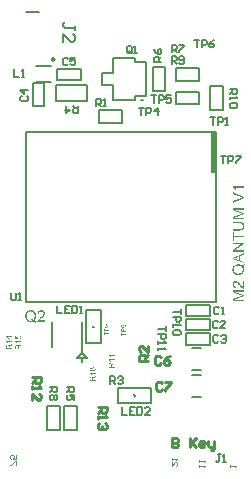
<source format=gto>
G04*
G04 #@! TF.GenerationSoftware,Altium Limited,Altium Designer,21.6.4 (81)*
G04*
G04 Layer_Color=65535*
%FSLAX25Y25*%
%MOIN*%
G70*
G04*
G04 #@! TF.SameCoordinates,6F8CC7CC-E5A1-43EC-881E-7175B0140384*
G04*
G04*
G04 #@! TF.FilePolarity,Positive*
G04*
G01*
G75*
%ADD10C,0.00984*%
%ADD11C,0.00700*%
%ADD12C,0.00500*%
%ADD13C,0.00787*%
%ADD14C,0.00300*%
%ADD15C,0.00600*%
%ADD16C,0.00394*%
%ADD17C,0.01000*%
%ADD18C,0.00701*%
%ADD19R,0.01772X0.13683*%
%ADD20R,0.00397X0.00272*%
%ADD21R,0.00272X0.00397*%
G36*
X83858Y103925D02*
X80904D01*
X80910Y103919D01*
X80932Y103892D01*
X80964Y103859D01*
X81003Y103805D01*
X81052Y103745D01*
X81106Y103668D01*
X81166Y103581D01*
X81226Y103483D01*
Y103477D01*
X81232Y103472D01*
X81254Y103439D01*
X81281Y103384D01*
X81314Y103319D01*
X81352Y103242D01*
X81390Y103161D01*
X81429Y103079D01*
X81461Y102997D01*
X81014D01*
Y103002D01*
X81003Y103013D01*
X80997Y103035D01*
X80981Y103062D01*
X80964Y103095D01*
X80943Y103133D01*
X80888Y103226D01*
X80828Y103335D01*
X80752Y103445D01*
X80664Y103559D01*
X80571Y103674D01*
X80566Y103679D01*
X80560Y103685D01*
X80544Y103701D01*
X80528Y103723D01*
X80473Y103772D01*
X80408Y103838D01*
X80331Y103903D01*
X80244Y103974D01*
X80156Y104034D01*
X80064Y104089D01*
Y104389D01*
X83858D01*
Y103925D01*
D02*
G37*
G36*
Y100906D02*
Y100381D01*
X80080Y98918D01*
Y99464D01*
X82826Y100447D01*
X82832D01*
X82843Y100452D01*
X82859Y100458D01*
X82881Y100469D01*
X82914Y100474D01*
X82946Y100485D01*
X83028Y100512D01*
X83121Y100545D01*
X83225Y100578D01*
X83443Y100644D01*
X83438D01*
X83427Y100649D01*
X83411Y100654D01*
X83389Y100660D01*
X83329Y100676D01*
X83247Y100704D01*
X83154Y100731D01*
X83050Y100764D01*
X82941Y100802D01*
X82826Y100846D01*
X80080Y101872D01*
Y102380D01*
X83858Y100906D01*
D02*
G37*
G36*
Y96548D02*
X80697D01*
X83858Y95446D01*
Y94998D01*
X80642Y93906D01*
X83858D01*
Y93425D01*
X80080D01*
Y94173D01*
X82761Y95069D01*
X82766D01*
X82777Y95074D01*
X82794Y95080D01*
X82821Y95091D01*
X82886Y95113D01*
X82968Y95140D01*
X83061Y95167D01*
X83154Y95200D01*
X83241Y95227D01*
X83318Y95249D01*
X83307Y95254D01*
X83280Y95260D01*
X83230Y95276D01*
X83165Y95298D01*
X83078Y95325D01*
X82974Y95364D01*
X82854Y95402D01*
X82712Y95451D01*
X80080Y96357D01*
Y97029D01*
X83858D01*
Y96548D01*
D02*
G37*
G36*
X82406Y92601D02*
X82460D01*
X82526Y92595D01*
X82591Y92590D01*
X82739Y92574D01*
X82892Y92552D01*
X83039Y92519D01*
X83110Y92497D01*
X83176Y92475D01*
X83181D01*
X83192Y92470D01*
X83209Y92459D01*
X83230Y92448D01*
X83290Y92415D01*
X83367Y92366D01*
X83454Y92301D01*
X83542Y92224D01*
X83634Y92126D01*
X83716Y92006D01*
Y92000D01*
X83727Y91989D01*
X83733Y91973D01*
X83749Y91946D01*
X83765Y91913D01*
X83782Y91869D01*
X83798Y91826D01*
X83820Y91771D01*
X83842Y91711D01*
X83858Y91645D01*
X83875Y91574D01*
X83891Y91492D01*
X83902Y91411D01*
X83913Y91323D01*
X83924Y91127D01*
Y91078D01*
X83918Y91039D01*
Y90996D01*
X83913Y90941D01*
X83907Y90881D01*
X83902Y90821D01*
X83880Y90684D01*
X83847Y90537D01*
X83804Y90395D01*
X83744Y90259D01*
Y90253D01*
X83733Y90242D01*
X83722Y90226D01*
X83711Y90204D01*
X83667Y90144D01*
X83607Y90073D01*
X83531Y89991D01*
X83443Y89915D01*
X83334Y89838D01*
X83214Y89778D01*
X83209D01*
X83198Y89773D01*
X83176Y89767D01*
X83148Y89756D01*
X83116Y89745D01*
X83072Y89734D01*
X83023Y89718D01*
X82963Y89707D01*
X82897Y89696D01*
X82826Y89680D01*
X82750Y89669D01*
X82668Y89658D01*
X82575Y89647D01*
X82477Y89642D01*
X82373Y89636D01*
X82264D01*
X80080D01*
Y90138D01*
X82264D01*
X82269D01*
X82286D01*
X82313D01*
X82346D01*
X82384Y90144D01*
X82433D01*
X82537Y90149D01*
X82657Y90160D01*
X82777Y90177D01*
X82892Y90198D01*
X82941Y90209D01*
X82990Y90226D01*
X83001Y90231D01*
X83028Y90242D01*
X83067Y90270D01*
X83121Y90302D01*
X83176Y90340D01*
X83236Y90395D01*
X83296Y90461D01*
X83345Y90537D01*
X83350Y90548D01*
X83367Y90575D01*
X83383Y90624D01*
X83405Y90690D01*
X83432Y90766D01*
X83449Y90865D01*
X83465Y90968D01*
X83471Y91083D01*
Y91138D01*
X83465Y91170D01*
Y91220D01*
X83460Y91269D01*
X83438Y91389D01*
X83411Y91520D01*
X83367Y91645D01*
X83307Y91765D01*
X83269Y91820D01*
X83225Y91869D01*
X83219Y91875D01*
X83214Y91880D01*
X83198Y91891D01*
X83176Y91908D01*
X83143Y91924D01*
X83110Y91946D01*
X83061Y91967D01*
X83012Y91989D01*
X82952Y92011D01*
X82881Y92028D01*
X82799Y92049D01*
X82712Y92066D01*
X82613Y92082D01*
X82510Y92093D01*
X82389Y92104D01*
X82264D01*
X80080D01*
Y92606D01*
X82264D01*
X82269D01*
X82291D01*
X82319D01*
X82357D01*
X82406Y92601D01*
D02*
G37*
G36*
X80528Y87867D02*
X83858D01*
Y87365D01*
X80528D01*
Y86120D01*
X80080D01*
Y89112D01*
X80528D01*
Y87867D01*
D02*
G37*
G36*
X83858Y85044D02*
X80893Y83068D01*
X83858D01*
Y82587D01*
X80080D01*
Y83100D01*
X83050Y85083D01*
X80080D01*
Y85563D01*
X83858D01*
Y85044D01*
D02*
G37*
G36*
Y81621D02*
X82712Y81179D01*
Y79595D01*
X83858Y79186D01*
Y78656D01*
X80080Y80098D01*
Y80643D01*
X83858Y82189D01*
Y81621D01*
D02*
G37*
G36*
X84153Y78323D02*
Y78317D01*
X84148Y78307D01*
X84137Y78285D01*
X84126Y78252D01*
X84109Y78214D01*
X84088Y78170D01*
X84066Y78121D01*
X84039Y78066D01*
X83973Y77946D01*
X83896Y77810D01*
X83798Y77662D01*
X83689Y77509D01*
Y77504D01*
X83700Y77493D01*
X83711Y77466D01*
X83727Y77438D01*
X83744Y77395D01*
X83765Y77351D01*
X83782Y77297D01*
X83804Y77236D01*
X83825Y77171D01*
X83847Y77100D01*
X83886Y76942D01*
X83913Y76767D01*
X83918Y76674D01*
X83924Y76581D01*
Y76532D01*
X83918Y76494D01*
Y76450D01*
X83913Y76396D01*
X83902Y76336D01*
X83891Y76270D01*
X83864Y76128D01*
X83820Y75970D01*
X83760Y75806D01*
X83722Y75730D01*
X83678Y75648D01*
X83673Y75642D01*
X83667Y75631D01*
X83651Y75609D01*
X83634Y75582D01*
X83607Y75544D01*
X83574Y75506D01*
X83498Y75413D01*
X83400Y75309D01*
X83280Y75205D01*
X83143Y75102D01*
X82985Y75009D01*
X82979D01*
X82963Y74998D01*
X82941Y74987D01*
X82908Y74976D01*
X82864Y74960D01*
X82815Y74938D01*
X82755Y74916D01*
X82690Y74900D01*
X82619Y74878D01*
X82542Y74856D01*
X82460Y74840D01*
X82368Y74818D01*
X82177Y74796D01*
X81975Y74785D01*
X81969D01*
X81947D01*
X81920D01*
X81882Y74790D01*
X81833D01*
X81773Y74796D01*
X81707Y74801D01*
X81636Y74812D01*
X81478Y74840D01*
X81309Y74878D01*
X81128Y74932D01*
X80954Y75009D01*
X80948Y75014D01*
X80932Y75020D01*
X80910Y75031D01*
X80877Y75052D01*
X80839Y75074D01*
X80795Y75102D01*
X80691Y75178D01*
X80582Y75265D01*
X80468Y75380D01*
X80353Y75506D01*
X80255Y75653D01*
X80249Y75659D01*
X80244Y75675D01*
X80233Y75697D01*
X80216Y75730D01*
X80200Y75768D01*
X80178Y75811D01*
X80156Y75866D01*
X80135Y75926D01*
X80113Y75997D01*
X80091Y76068D01*
X80053Y76226D01*
X80025Y76401D01*
X80014Y76494D01*
Y76641D01*
X80020Y76679D01*
Y76729D01*
X80025Y76778D01*
X80036Y76843D01*
X80047Y76909D01*
X80075Y77051D01*
X80118Y77215D01*
X80184Y77373D01*
X80222Y77455D01*
X80266Y77537D01*
X80271Y77542D01*
X80277Y77553D01*
X80293Y77575D01*
X80309Y77608D01*
X80337Y77640D01*
X80369Y77684D01*
X80446Y77777D01*
X80544Y77875D01*
X80664Y77984D01*
X80806Y78088D01*
X80964Y78176D01*
X80970D01*
X80986Y78187D01*
X81008Y78197D01*
X81041Y78208D01*
X81085Y78230D01*
X81134Y78247D01*
X81194Y78268D01*
X81259Y78290D01*
X81330Y78307D01*
X81407Y78328D01*
X81489Y78350D01*
X81576Y78367D01*
X81767Y78389D01*
X81969Y78399D01*
X81975D01*
X81991D01*
X82013D01*
X82046D01*
X82089Y78394D01*
X82138D01*
X82193Y78389D01*
X82248Y78383D01*
X82379Y78367D01*
X82521Y78339D01*
X82668Y78307D01*
X82810Y78258D01*
X82815D01*
X82826Y78252D01*
X82848Y78241D01*
X82870Y78230D01*
X82903Y78214D01*
X82941Y78197D01*
X83028Y78154D01*
X83132Y78094D01*
X83241Y78017D01*
X83350Y77930D01*
X83460Y77832D01*
Y77837D01*
X83471Y77848D01*
X83482Y77864D01*
X83498Y77892D01*
X83520Y77919D01*
X83542Y77957D01*
X83591Y78039D01*
X83651Y78137D01*
X83711Y78247D01*
X83760Y78361D01*
X83809Y78470D01*
X84153Y78323D01*
D02*
G37*
G36*
X83858Y70302D02*
X83853D01*
X83831D01*
X83798D01*
X83754Y70308D01*
X83705Y70313D01*
X83651Y70324D01*
X83596Y70335D01*
X83536Y70357D01*
X83531D01*
X83525Y70362D01*
X83492Y70373D01*
X83443Y70395D01*
X83378Y70428D01*
X83301Y70472D01*
X83214Y70526D01*
X83127Y70586D01*
X83034Y70663D01*
X83028D01*
X83023Y70674D01*
X82990Y70701D01*
X82941Y70750D01*
X82870Y70821D01*
X82788Y70903D01*
X82690Y71007D01*
X82581Y71132D01*
X82466Y71269D01*
X82460Y71274D01*
X82444Y71296D01*
X82417Y71329D01*
X82384Y71367D01*
X82340Y71416D01*
X82291Y71476D01*
X82237Y71536D01*
X82177Y71607D01*
X82046Y71744D01*
X81915Y71880D01*
X81849Y71946D01*
X81783Y72006D01*
X81723Y72060D01*
X81663Y72104D01*
X81658D01*
X81652Y72115D01*
X81636Y72126D01*
X81614Y72137D01*
X81554Y72175D01*
X81483Y72219D01*
X81396Y72257D01*
X81303Y72295D01*
X81199Y72317D01*
X81101Y72328D01*
X81095D01*
X81090D01*
X81057Y72322D01*
X81003Y72317D01*
X80943Y72301D01*
X80866Y72279D01*
X80790Y72241D01*
X80713Y72191D01*
X80637Y72126D01*
X80626Y72115D01*
X80604Y72088D01*
X80577Y72049D01*
X80539Y71989D01*
X80506Y71913D01*
X80473Y71826D01*
X80451Y71722D01*
X80446Y71607D01*
Y71574D01*
X80451Y71553D01*
X80457Y71487D01*
X80473Y71411D01*
X80495Y71329D01*
X80533Y71236D01*
X80582Y71149D01*
X80648Y71067D01*
X80659Y71056D01*
X80686Y71034D01*
X80730Y71001D01*
X80795Y70968D01*
X80872Y70930D01*
X80970Y70897D01*
X81079Y70876D01*
X81205Y70865D01*
X81156Y70390D01*
X81150D01*
X81134Y70395D01*
X81106D01*
X81068Y70401D01*
X81024Y70411D01*
X80975Y70422D01*
X80915Y70439D01*
X80855Y70455D01*
X80724Y70499D01*
X80593Y70564D01*
X80528Y70603D01*
X80462Y70652D01*
X80402Y70701D01*
X80348Y70755D01*
X80342Y70761D01*
X80337Y70772D01*
X80320Y70788D01*
X80304Y70815D01*
X80282Y70848D01*
X80260Y70886D01*
X80233Y70930D01*
X80206Y70985D01*
X80178Y71045D01*
X80151Y71110D01*
X80129Y71181D01*
X80107Y71258D01*
X80091Y71340D01*
X80075Y71427D01*
X80069Y71520D01*
X80064Y71618D01*
Y71673D01*
X80069Y71711D01*
X80075Y71755D01*
X80080Y71809D01*
X80091Y71869D01*
X80102Y71929D01*
X80140Y72071D01*
X80195Y72213D01*
X80227Y72284D01*
X80266Y72355D01*
X80315Y72421D01*
X80369Y72481D01*
X80375Y72486D01*
X80380Y72497D01*
X80402Y72508D01*
X80424Y72530D01*
X80451Y72557D01*
X80489Y72584D01*
X80528Y72612D01*
X80577Y72645D01*
X80681Y72699D01*
X80812Y72754D01*
X80877Y72776D01*
X80954Y72786D01*
X81030Y72798D01*
X81112Y72803D01*
X81123D01*
X81150D01*
X81194Y72798D01*
X81254Y72792D01*
X81319Y72781D01*
X81396Y72759D01*
X81478Y72737D01*
X81560Y72705D01*
X81571Y72699D01*
X81598Y72688D01*
X81642Y72666D01*
X81702Y72634D01*
X81767Y72590D01*
X81849Y72535D01*
X81931Y72470D01*
X82024Y72393D01*
X82035Y72382D01*
X82067Y72355D01*
X82095Y72328D01*
X82122Y72301D01*
X82155Y72268D01*
X82198Y72224D01*
X82242Y72180D01*
X82291Y72126D01*
X82346Y72071D01*
X82406Y72006D01*
X82466Y71935D01*
X82537Y71858D01*
X82608Y71771D01*
X82684Y71684D01*
X82690Y71678D01*
X82701Y71667D01*
X82717Y71645D01*
X82739Y71618D01*
X82772Y71585D01*
X82805Y71547D01*
X82876Y71460D01*
X82957Y71367D01*
X83039Y71280D01*
X83110Y71203D01*
X83138Y71170D01*
X83165Y71143D01*
X83170Y71138D01*
X83187Y71121D01*
X83209Y71099D01*
X83241Y71072D01*
X83280Y71045D01*
X83318Y71012D01*
X83411Y70947D01*
Y72808D01*
X83858D01*
Y70302D01*
D02*
G37*
G36*
Y69265D02*
X80697D01*
X83858Y68162D01*
Y67714D01*
X80642Y66622D01*
X83858D01*
Y66142D01*
X80080D01*
Y66890D01*
X82761Y67785D01*
X82766D01*
X82777Y67791D01*
X82794Y67796D01*
X82821Y67807D01*
X82886Y67829D01*
X82968Y67856D01*
X83061Y67883D01*
X83154Y67916D01*
X83241Y67944D01*
X83318Y67965D01*
X83307Y67971D01*
X83280Y67976D01*
X83230Y67993D01*
X83165Y68015D01*
X83078Y68042D01*
X82974Y68080D01*
X82854Y68118D01*
X82712Y68167D01*
X80080Y69074D01*
Y69745D01*
X83858D01*
Y69265D01*
D02*
G37*
G36*
X16458Y63072D02*
X16503Y63066D01*
X16558Y63060D01*
X16619Y63049D01*
X16680Y63038D01*
X16825Y62999D01*
X16969Y62944D01*
X17041Y62911D01*
X17113Y62872D01*
X17180Y62822D01*
X17241Y62766D01*
X17246Y62761D01*
X17258Y62755D01*
X17269Y62733D01*
X17291Y62711D01*
X17319Y62683D01*
X17346Y62644D01*
X17374Y62605D01*
X17407Y62555D01*
X17463Y62450D01*
X17518Y62317D01*
X17541Y62250D01*
X17552Y62173D01*
X17563Y62095D01*
X17568Y62011D01*
Y62000D01*
Y61973D01*
X17563Y61928D01*
X17557Y61867D01*
X17546Y61801D01*
X17524Y61723D01*
X17502Y61640D01*
X17469Y61556D01*
X17463Y61545D01*
X17452Y61518D01*
X17430Y61473D01*
X17396Y61412D01*
X17352Y61345D01*
X17296Y61262D01*
X17230Y61179D01*
X17152Y61085D01*
X17141Y61074D01*
X17113Y61040D01*
X17086Y61013D01*
X17058Y60985D01*
X17025Y60952D01*
X16980Y60907D01*
X16936Y60863D01*
X16880Y60813D01*
X16825Y60757D01*
X16758Y60696D01*
X16686Y60635D01*
X16608Y60563D01*
X16519Y60491D01*
X16431Y60413D01*
X16425Y60408D01*
X16414Y60396D01*
X16392Y60380D01*
X16364Y60358D01*
X16331Y60324D01*
X16292Y60291D01*
X16203Y60219D01*
X16109Y60136D01*
X16020Y60052D01*
X15942Y59980D01*
X15909Y59952D01*
X15881Y59925D01*
X15876Y59919D01*
X15859Y59903D01*
X15837Y59880D01*
X15809Y59847D01*
X15781Y59808D01*
X15748Y59769D01*
X15681Y59675D01*
X17574D01*
Y59220D01*
X15026D01*
Y59225D01*
Y59248D01*
Y59281D01*
X15032Y59325D01*
X15038Y59375D01*
X15049Y59431D01*
X15060Y59486D01*
X15082Y59547D01*
Y59553D01*
X15088Y59558D01*
X15099Y59592D01*
X15121Y59642D01*
X15154Y59708D01*
X15199Y59786D01*
X15254Y59875D01*
X15315Y59964D01*
X15393Y60058D01*
Y60063D01*
X15404Y60069D01*
X15432Y60102D01*
X15482Y60152D01*
X15554Y60224D01*
X15637Y60308D01*
X15742Y60408D01*
X15870Y60519D01*
X16009Y60635D01*
X16014Y60641D01*
X16037Y60657D01*
X16070Y60685D01*
X16109Y60718D01*
X16159Y60763D01*
X16220Y60813D01*
X16281Y60868D01*
X16353Y60929D01*
X16492Y61063D01*
X16630Y61196D01*
X16697Y61262D01*
X16758Y61329D01*
X16814Y61390D01*
X16858Y61451D01*
Y61457D01*
X16869Y61462D01*
X16880Y61479D01*
X16891Y61501D01*
X16930Y61562D01*
X16974Y61634D01*
X17013Y61723D01*
X17052Y61817D01*
X17074Y61923D01*
X17086Y62023D01*
Y62028D01*
Y62034D01*
X17080Y62067D01*
X17074Y62122D01*
X17058Y62184D01*
X17036Y62261D01*
X16997Y62339D01*
X16947Y62417D01*
X16880Y62494D01*
X16869Y62506D01*
X16841Y62528D01*
X16803Y62555D01*
X16741Y62594D01*
X16664Y62628D01*
X16575Y62661D01*
X16469Y62683D01*
X16353Y62689D01*
X16320D01*
X16297Y62683D01*
X16231Y62678D01*
X16153Y62661D01*
X16070Y62639D01*
X15976Y62600D01*
X15887Y62550D01*
X15803Y62483D01*
X15792Y62472D01*
X15770Y62444D01*
X15737Y62400D01*
X15704Y62333D01*
X15665Y62256D01*
X15631Y62156D01*
X15609Y62045D01*
X15598Y61917D01*
X15115Y61967D01*
Y61973D01*
X15121Y61989D01*
Y62017D01*
X15126Y62056D01*
X15137Y62100D01*
X15149Y62150D01*
X15165Y62211D01*
X15182Y62272D01*
X15226Y62406D01*
X15293Y62539D01*
X15332Y62605D01*
X15382Y62672D01*
X15432Y62733D01*
X15487Y62788D01*
X15493Y62794D01*
X15504Y62800D01*
X15520Y62816D01*
X15548Y62833D01*
X15582Y62855D01*
X15620Y62877D01*
X15665Y62905D01*
X15720Y62933D01*
X15781Y62961D01*
X15848Y62988D01*
X15920Y63011D01*
X15998Y63033D01*
X16081Y63049D01*
X16170Y63066D01*
X16264Y63072D01*
X16364Y63077D01*
X16420D01*
X16458Y63072D01*
D02*
G37*
G36*
X12856Y63121D02*
X12906D01*
X12956Y63116D01*
X13023Y63105D01*
X13090Y63094D01*
X13234Y63066D01*
X13400Y63022D01*
X13561Y62955D01*
X13645Y62916D01*
X13728Y62872D01*
X13733Y62866D01*
X13744Y62861D01*
X13767Y62844D01*
X13800Y62827D01*
X13833Y62800D01*
X13878Y62766D01*
X13972Y62689D01*
X14072Y62589D01*
X14183Y62467D01*
X14288Y62322D01*
X14377Y62161D01*
Y62156D01*
X14388Y62139D01*
X14399Y62117D01*
X14410Y62084D01*
X14433Y62039D01*
X14449Y61989D01*
X14471Y61928D01*
X14494Y61862D01*
X14510Y61790D01*
X14533Y61712D01*
X14555Y61629D01*
X14571Y61540D01*
X14594Y61345D01*
X14605Y61140D01*
Y61135D01*
Y61118D01*
Y61096D01*
Y61063D01*
X14599Y61018D01*
Y60968D01*
X14594Y60913D01*
X14588Y60857D01*
X14571Y60724D01*
X14544Y60580D01*
X14510Y60430D01*
X14460Y60286D01*
Y60280D01*
X14455Y60269D01*
X14444Y60247D01*
X14433Y60224D01*
X14416Y60191D01*
X14399Y60152D01*
X14355Y60063D01*
X14294Y59958D01*
X14216Y59847D01*
X14127Y59736D01*
X14028Y59625D01*
X14033D01*
X14044Y59614D01*
X14061Y59603D01*
X14088Y59586D01*
X14116Y59564D01*
X14155Y59542D01*
X14238Y59492D01*
X14338Y59431D01*
X14449Y59370D01*
X14566Y59320D01*
X14677Y59270D01*
X14527Y58920D01*
X14521D01*
X14510Y58926D01*
X14488Y58937D01*
X14455Y58948D01*
X14416Y58965D01*
X14372Y58987D01*
X14322Y59009D01*
X14266Y59037D01*
X14144Y59103D01*
X14005Y59181D01*
X13855Y59281D01*
X13700Y59392D01*
X13694D01*
X13683Y59381D01*
X13656Y59370D01*
X13628Y59353D01*
X13584Y59336D01*
X13539Y59314D01*
X13484Y59298D01*
X13422Y59275D01*
X13356Y59253D01*
X13284Y59231D01*
X13123Y59192D01*
X12945Y59164D01*
X12851Y59159D01*
X12756Y59153D01*
X12707D01*
X12668Y59159D01*
X12623D01*
X12568Y59164D01*
X12507Y59175D01*
X12440Y59187D01*
X12296Y59214D01*
X12135Y59259D01*
X11968Y59320D01*
X11891Y59359D01*
X11807Y59403D01*
X11802Y59409D01*
X11791Y59414D01*
X11769Y59431D01*
X11741Y59447D01*
X11702Y59475D01*
X11663Y59509D01*
X11569Y59586D01*
X11463Y59686D01*
X11358Y59808D01*
X11253Y59947D01*
X11158Y60108D01*
Y60113D01*
X11147Y60130D01*
X11136Y60152D01*
X11125Y60186D01*
X11108Y60230D01*
X11086Y60280D01*
X11064Y60341D01*
X11047Y60408D01*
X11025Y60480D01*
X11003Y60557D01*
X10986Y60641D01*
X10964Y60735D01*
X10942Y60929D01*
X10931Y61135D01*
Y61140D01*
Y61162D01*
Y61190D01*
X10936Y61229D01*
Y61279D01*
X10942Y61340D01*
X10947Y61407D01*
X10958Y61479D01*
X10986Y61640D01*
X11025Y61812D01*
X11080Y61995D01*
X11158Y62173D01*
X11164Y62178D01*
X11169Y62195D01*
X11180Y62217D01*
X11203Y62250D01*
X11225Y62289D01*
X11253Y62333D01*
X11330Y62439D01*
X11419Y62550D01*
X11535Y62666D01*
X11663Y62783D01*
X11813Y62883D01*
X11819Y62888D01*
X11835Y62894D01*
X11857Y62905D01*
X11891Y62922D01*
X11930Y62938D01*
X11974Y62961D01*
X12030Y62983D01*
X12090Y63005D01*
X12163Y63027D01*
X12235Y63049D01*
X12396Y63088D01*
X12573Y63116D01*
X12668Y63127D01*
X12818D01*
X12856Y63121D01*
D02*
G37*
G36*
X33837Y44020D02*
X33854D01*
X33898Y44012D01*
X33951Y44004D01*
X34006Y43990D01*
X34067Y43970D01*
X34125Y43943D01*
X34128D01*
X34131Y43940D01*
X34139Y43934D01*
X34150Y43929D01*
X34178Y43912D01*
X34214Y43887D01*
X34253Y43857D01*
X34291Y43821D01*
X34330Y43777D01*
X34363Y43729D01*
Y43727D01*
X34366Y43724D01*
X34372Y43716D01*
X34374Y43705D01*
X34388Y43677D01*
X34402Y43641D01*
X34419Y43594D01*
X34430Y43541D01*
X34441Y43483D01*
X34444Y43419D01*
Y43405D01*
X34441Y43391D01*
Y43369D01*
X34438Y43344D01*
X34433Y43317D01*
X34424Y43284D01*
X34416Y43250D01*
X34405Y43211D01*
X34391Y43173D01*
X34374Y43134D01*
X34352Y43092D01*
X34327Y43054D01*
X34300Y43015D01*
X34266Y42976D01*
X34228Y42940D01*
X34225Y42937D01*
X34217Y42932D01*
X34205Y42923D01*
X34186Y42912D01*
X34161Y42896D01*
X34133Y42882D01*
X34097Y42865D01*
X34059Y42849D01*
X34012Y42829D01*
X33959Y42813D01*
X33901Y42799D01*
X33837Y42785D01*
X33765Y42771D01*
X33687Y42763D01*
X33604Y42757D01*
X33516Y42754D01*
X33513D01*
X33510D01*
X33502D01*
X33491D01*
X33463Y42757D01*
X33424D01*
X33380Y42760D01*
X33327Y42766D01*
X33269Y42771D01*
X33206Y42779D01*
X33142Y42790D01*
X33073Y42804D01*
X33006Y42821D01*
X32940Y42840D01*
X32876Y42865D01*
X32815Y42893D01*
X32757Y42923D01*
X32707Y42959D01*
X32704Y42962D01*
X32699Y42968D01*
X32688Y42979D01*
X32671Y42993D01*
X32654Y43009D01*
X32638Y43031D01*
X32616Y43059D01*
X32596Y43087D01*
X32577Y43120D01*
X32555Y43156D01*
X32538Y43198D01*
X32519Y43239D01*
X32505Y43286D01*
X32494Y43336D01*
X32488Y43389D01*
X32485Y43444D01*
Y43466D01*
X32488Y43483D01*
Y43502D01*
X32491Y43525D01*
X32502Y43577D01*
X32516Y43635D01*
X32538Y43696D01*
X32571Y43757D01*
X32591Y43788D01*
X32613Y43815D01*
X32616Y43818D01*
X32618Y43821D01*
X32627Y43829D01*
X32635Y43837D01*
X32649Y43851D01*
X32665Y43862D01*
X32704Y43893D01*
X32754Y43923D01*
X32815Y43951D01*
X32884Y43976D01*
X32962Y43993D01*
X32981Y43757D01*
X32978D01*
X32976Y43754D01*
X32959Y43752D01*
X32934Y43743D01*
X32904Y43732D01*
X32870Y43721D01*
X32837Y43705D01*
X32807Y43685D01*
X32782Y43666D01*
X32776Y43660D01*
X32765Y43649D01*
X32748Y43630D01*
X32729Y43602D01*
X32713Y43566D01*
X32696Y43527D01*
X32685Y43480D01*
X32679Y43430D01*
Y43411D01*
X32682Y43389D01*
X32688Y43364D01*
X32696Y43331D01*
X32707Y43297D01*
X32721Y43264D01*
X32743Y43231D01*
X32746Y43225D01*
X32757Y43211D01*
X32776Y43192D01*
X32804Y43167D01*
X32837Y43139D01*
X32876Y43109D01*
X32926Y43081D01*
X32981Y43054D01*
X32984D01*
X32989Y43051D01*
X32998Y43048D01*
X33009Y43042D01*
X33026Y43040D01*
X33045Y43034D01*
X33067Y43029D01*
X33095Y43023D01*
X33125Y43015D01*
X33158Y43009D01*
X33195Y43004D01*
X33233Y43001D01*
X33278Y42995D01*
X33322Y42993D01*
X33372Y42990D01*
X33422D01*
X33419Y42993D01*
X33402Y43004D01*
X33380Y43023D01*
X33352Y43048D01*
X33319Y43076D01*
X33289Y43112D01*
X33258Y43150D01*
X33231Y43195D01*
Y43198D01*
X33228Y43200D01*
X33219Y43217D01*
X33211Y43242D01*
X33197Y43275D01*
X33186Y43314D01*
X33178Y43358D01*
X33170Y43405D01*
X33167Y43455D01*
Y43477D01*
X33170Y43494D01*
X33172Y43516D01*
X33175Y43538D01*
X33181Y43566D01*
X33189Y43594D01*
X33208Y43657D01*
X33222Y43691D01*
X33242Y43724D01*
X33261Y43757D01*
X33283Y43793D01*
X33311Y43826D01*
X33341Y43857D01*
X33344Y43860D01*
X33350Y43865D01*
X33358Y43874D01*
X33372Y43882D01*
X33391Y43896D01*
X33411Y43909D01*
X33435Y43923D01*
X33463Y43940D01*
X33494Y43957D01*
X33527Y43970D01*
X33566Y43984D01*
X33604Y43998D01*
X33646Y44006D01*
X33693Y44015D01*
X33740Y44020D01*
X33790Y44023D01*
X33793D01*
X33798D01*
X33807D01*
X33821D01*
X33837Y44020D01*
D02*
G37*
G36*
X34411Y41926D02*
X32912D01*
X32915Y41923D01*
X32926Y41910D01*
X32942Y41893D01*
X32962Y41865D01*
X32987Y41835D01*
X33014Y41796D01*
X33045Y41752D01*
X33075Y41702D01*
Y41699D01*
X33078Y41696D01*
X33089Y41680D01*
X33103Y41652D01*
X33120Y41619D01*
X33139Y41580D01*
X33158Y41538D01*
X33178Y41497D01*
X33195Y41455D01*
X32967D01*
Y41458D01*
X32962Y41464D01*
X32959Y41475D01*
X32951Y41489D01*
X32942Y41505D01*
X32931Y41524D01*
X32904Y41572D01*
X32873Y41627D01*
X32834Y41682D01*
X32790Y41741D01*
X32743Y41799D01*
X32740Y41802D01*
X32737Y41804D01*
X32729Y41813D01*
X32721Y41824D01*
X32693Y41849D01*
X32660Y41882D01*
X32621Y41915D01*
X32577Y41951D01*
X32533Y41982D01*
X32485Y42009D01*
Y42162D01*
X34411D01*
Y41926D01*
D02*
G37*
G36*
Y40810D02*
X34012Y40558D01*
X34009D01*
X34003Y40552D01*
X33995Y40547D01*
X33984Y40538D01*
X33953Y40519D01*
X33915Y40494D01*
X33873Y40464D01*
X33829Y40433D01*
X33787Y40403D01*
X33748Y40375D01*
X33746Y40372D01*
X33735Y40364D01*
X33718Y40350D01*
X33699Y40331D01*
X33657Y40289D01*
X33638Y40267D01*
X33621Y40245D01*
X33618Y40242D01*
X33615Y40236D01*
X33610Y40225D01*
X33602Y40209D01*
X33593Y40192D01*
X33585Y40173D01*
X33571Y40128D01*
Y40126D01*
X33568Y40120D01*
Y40109D01*
X33566Y40095D01*
X33563Y40076D01*
Y40054D01*
X33560Y40023D01*
Y39696D01*
X34411D01*
Y39441D01*
X32494D01*
Y40331D01*
X32496Y40353D01*
Y40378D01*
X32499Y40436D01*
X32508Y40497D01*
X32516Y40563D01*
X32530Y40624D01*
X32538Y40655D01*
X32546Y40680D01*
Y40683D01*
X32549Y40685D01*
X32557Y40702D01*
X32568Y40727D01*
X32588Y40757D01*
X32613Y40791D01*
X32646Y40826D01*
X32685Y40860D01*
X32729Y40893D01*
X32732D01*
X32735Y40896D01*
X32751Y40907D01*
X32779Y40918D01*
X32815Y40935D01*
X32857Y40948D01*
X32906Y40962D01*
X32959Y40971D01*
X33017Y40973D01*
X33020D01*
X33026D01*
X33037D01*
X33051Y40971D01*
X33070D01*
X33089Y40968D01*
X33136Y40957D01*
X33192Y40940D01*
X33250Y40918D01*
X33308Y40885D01*
X33336Y40863D01*
X33364Y40840D01*
X33366Y40838D01*
X33369Y40835D01*
X33377Y40826D01*
X33386Y40815D01*
X33397Y40802D01*
X33408Y40785D01*
X33422Y40763D01*
X33438Y40741D01*
X33452Y40713D01*
X33466Y40683D01*
X33483Y40649D01*
X33496Y40613D01*
X33507Y40572D01*
X33521Y40530D01*
X33530Y40483D01*
X33538Y40433D01*
X33541Y40439D01*
X33546Y40450D01*
X33557Y40466D01*
X33568Y40488D01*
X33599Y40538D01*
X33618Y40563D01*
X33635Y40586D01*
X33641Y40591D01*
X33654Y40605D01*
X33676Y40627D01*
X33704Y40655D01*
X33743Y40685D01*
X33784Y40721D01*
X33834Y40757D01*
X33890Y40796D01*
X34411Y41126D01*
Y40810D01*
D02*
G37*
G36*
X9003Y54657D02*
X9026Y54654D01*
X9051Y54652D01*
X9081Y54646D01*
X9111Y54641D01*
X9184Y54624D01*
X9258Y54596D01*
X9297Y54580D01*
X9333Y54557D01*
X9372Y54535D01*
X9408Y54508D01*
X9411Y54505D01*
X9419Y54499D01*
X9430Y54488D01*
X9444Y54474D01*
X9461Y54455D01*
X9483Y54433D01*
X9502Y54405D01*
X9524Y54375D01*
X9546Y54341D01*
X9566Y54303D01*
X9585Y54261D01*
X9605Y54217D01*
X9618Y54170D01*
X9629Y54117D01*
X9638Y54062D01*
X9641Y54003D01*
Y53979D01*
X9638Y53959D01*
X9635Y53937D01*
X9632Y53912D01*
X9629Y53882D01*
X9621Y53851D01*
X9605Y53782D01*
X9580Y53713D01*
X9563Y53677D01*
X9544Y53641D01*
X9522Y53607D01*
X9497Y53574D01*
X9494Y53571D01*
X9491Y53566D01*
X9480Y53560D01*
X9469Y53549D01*
X9455Y53535D01*
X9438Y53522D01*
X9416Y53505D01*
X9391Y53491D01*
X9366Y53474D01*
X9336Y53458D01*
X9269Y53427D01*
X9192Y53402D01*
X9150Y53394D01*
X9106Y53389D01*
X9087Y53635D01*
X9089D01*
X9095D01*
X9103Y53638D01*
X9117Y53641D01*
X9148Y53649D01*
X9189Y53660D01*
X9231Y53677D01*
X9278Y53699D01*
X9319Y53726D01*
X9358Y53760D01*
X9361Y53765D01*
X9372Y53776D01*
X9386Y53799D01*
X9402Y53829D01*
X9419Y53862D01*
X9433Y53904D01*
X9444Y53951D01*
X9447Y54003D01*
Y54020D01*
X9444Y54031D01*
X9441Y54064D01*
X9430Y54103D01*
X9416Y54150D01*
X9394Y54197D01*
X9361Y54247D01*
X9341Y54269D01*
X9319Y54291D01*
X9317Y54294D01*
X9314Y54297D01*
X9305Y54303D01*
X9297Y54311D01*
X9267Y54330D01*
X9228Y54352D01*
X9181Y54372D01*
X9123Y54391D01*
X9053Y54405D01*
X9017Y54411D01*
X8979D01*
X8976D01*
X8970D01*
X8959D01*
X8945Y54408D01*
X8929D01*
X8909Y54405D01*
X8865Y54397D01*
X8812Y54383D01*
X8760Y54364D01*
X8710Y54336D01*
X8663Y54297D01*
X8660D01*
X8657Y54291D01*
X8643Y54278D01*
X8624Y54253D01*
X8602Y54220D01*
X8583Y54175D01*
X8563Y54125D01*
X8549Y54067D01*
X8544Y54034D01*
Y53981D01*
X8546Y53959D01*
X8549Y53931D01*
X8557Y53898D01*
X8566Y53865D01*
X8580Y53829D01*
X8596Y53793D01*
X8599Y53790D01*
X8605Y53779D01*
X8619Y53762D01*
X8632Y53740D01*
X8652Y53718D01*
X8677Y53696D01*
X8702Y53671D01*
X8732Y53652D01*
X8702Y53430D01*
X7716Y53616D01*
Y54568D01*
X7940D01*
Y53801D01*
X8458Y53699D01*
X8455Y53702D01*
X8452Y53707D01*
X8447Y53715D01*
X8438Y53729D01*
X8430Y53746D01*
X8419Y53765D01*
X8397Y53809D01*
X8375Y53865D01*
X8355Y53926D01*
X8342Y53992D01*
X8336Y54026D01*
Y54087D01*
X8339Y54103D01*
X8342Y54125D01*
X8344Y54150D01*
X8350Y54178D01*
X8358Y54208D01*
X8377Y54275D01*
X8391Y54311D01*
X8411Y54347D01*
X8430Y54383D01*
X8452Y54419D01*
X8480Y54452D01*
X8511Y54485D01*
X8513Y54488D01*
X8519Y54494D01*
X8527Y54502D01*
X8541Y54513D01*
X8560Y54527D01*
X8580Y54541D01*
X8605Y54557D01*
X8632Y54574D01*
X8663Y54588D01*
X8696Y54605D01*
X8735Y54618D01*
X8774Y54632D01*
X8815Y54643D01*
X8862Y54652D01*
X8909Y54657D01*
X8959Y54660D01*
X8962D01*
X8970D01*
X8984D01*
X9003Y54657D01*
D02*
G37*
G36*
X9607Y52549D02*
X8109D01*
X8112Y52546D01*
X8123Y52533D01*
X8139Y52516D01*
X8159Y52488D01*
X8184Y52458D01*
X8211Y52419D01*
X8242Y52375D01*
X8272Y52325D01*
Y52322D01*
X8275Y52319D01*
X8286Y52303D01*
X8300Y52275D01*
X8316Y52242D01*
X8336Y52203D01*
X8355Y52161D01*
X8375Y52120D01*
X8391Y52078D01*
X8164D01*
Y52081D01*
X8159Y52087D01*
X8156Y52098D01*
X8148Y52112D01*
X8139Y52128D01*
X8128Y52148D01*
X8100Y52195D01*
X8070Y52250D01*
X8031Y52305D01*
X7987Y52364D01*
X7940Y52422D01*
X7937Y52425D01*
X7934Y52427D01*
X7926Y52436D01*
X7918Y52447D01*
X7890Y52472D01*
X7857Y52505D01*
X7818Y52538D01*
X7774Y52574D01*
X7729Y52605D01*
X7682Y52632D01*
Y52785D01*
X9607D01*
Y52549D01*
D02*
G37*
G36*
Y51433D02*
X9208Y51181D01*
X9206D01*
X9200Y51175D01*
X9192Y51170D01*
X9181Y51161D01*
X9150Y51142D01*
X9111Y51117D01*
X9070Y51087D01*
X9026Y51056D01*
X8984Y51026D01*
X8945Y50998D01*
X8943Y50995D01*
X8931Y50987D01*
X8915Y50973D01*
X8896Y50954D01*
X8854Y50912D01*
X8834Y50890D01*
X8818Y50868D01*
X8815Y50865D01*
X8812Y50859D01*
X8807Y50848D01*
X8799Y50832D01*
X8790Y50815D01*
X8782Y50796D01*
X8768Y50751D01*
Y50749D01*
X8765Y50743D01*
Y50732D01*
X8762Y50718D01*
X8760Y50699D01*
Y50677D01*
X8757Y50646D01*
Y50319D01*
X9607D01*
Y50064D01*
X7690D01*
Y50954D01*
X7693Y50976D01*
Y51001D01*
X7696Y51059D01*
X7704Y51120D01*
X7713Y51186D01*
X7727Y51247D01*
X7735Y51278D01*
X7743Y51303D01*
Y51305D01*
X7746Y51308D01*
X7754Y51325D01*
X7765Y51350D01*
X7785Y51380D01*
X7810Y51414D01*
X7843Y51450D01*
X7882Y51483D01*
X7926Y51516D01*
X7929D01*
X7931Y51519D01*
X7948Y51530D01*
X7976Y51541D01*
X8012Y51557D01*
X8053Y51571D01*
X8103Y51585D01*
X8156Y51594D01*
X8214Y51596D01*
X8217D01*
X8222D01*
X8234D01*
X8247Y51594D01*
X8267D01*
X8286Y51591D01*
X8333Y51580D01*
X8389Y51563D01*
X8447Y51541D01*
X8505Y51508D01*
X8533Y51486D01*
X8560Y51463D01*
X8563Y51461D01*
X8566Y51458D01*
X8574Y51450D01*
X8583Y51438D01*
X8594Y51425D01*
X8605Y51408D01*
X8619Y51386D01*
X8635Y51364D01*
X8649Y51336D01*
X8663Y51305D01*
X8679Y51272D01*
X8693Y51236D01*
X8704Y51195D01*
X8718Y51153D01*
X8726Y51106D01*
X8735Y51056D01*
X8738Y51062D01*
X8743Y51073D01*
X8754Y51089D01*
X8765Y51112D01*
X8796Y51161D01*
X8815Y51186D01*
X8832Y51209D01*
X8837Y51214D01*
X8851Y51228D01*
X8873Y51250D01*
X8901Y51278D01*
X8940Y51308D01*
X8981Y51344D01*
X9031Y51380D01*
X9087Y51419D01*
X9607Y51749D01*
Y51433D01*
D02*
G37*
G36*
X6015Y54388D02*
X6474D01*
Y54153D01*
X6015D01*
Y53319D01*
X5799D01*
X4558Y54197D01*
Y54388D01*
X5799D01*
Y54649D01*
X6015D01*
Y54388D01*
D02*
G37*
G36*
X6474Y52560D02*
X4976D01*
X4979Y52557D01*
X4990Y52544D01*
X5006Y52527D01*
X5026Y52499D01*
X5051Y52469D01*
X5078Y52430D01*
X5109Y52386D01*
X5139Y52336D01*
Y52333D01*
X5142Y52330D01*
X5153Y52314D01*
X5167Y52286D01*
X5184Y52253D01*
X5203Y52214D01*
X5222Y52172D01*
X5242Y52131D01*
X5258Y52089D01*
X5031D01*
Y52092D01*
X5026Y52098D01*
X5023Y52109D01*
X5015Y52123D01*
X5006Y52139D01*
X4995Y52159D01*
X4967Y52206D01*
X4937Y52261D01*
X4898Y52316D01*
X4854Y52375D01*
X4807Y52433D01*
X4804Y52436D01*
X4801Y52438D01*
X4793Y52447D01*
X4785Y52458D01*
X4757Y52483D01*
X4724Y52516D01*
X4685Y52549D01*
X4641Y52585D01*
X4596Y52616D01*
X4549Y52643D01*
Y52796D01*
X6474D01*
Y52560D01*
D02*
G37*
G36*
Y51444D02*
X6075Y51192D01*
X6073D01*
X6067Y51186D01*
X6059Y51181D01*
X6048Y51173D01*
X6017Y51153D01*
X5979Y51128D01*
X5937Y51098D01*
X5893Y51067D01*
X5851Y51037D01*
X5812Y51009D01*
X5810Y51006D01*
X5799Y50998D01*
X5782Y50984D01*
X5762Y50965D01*
X5721Y50923D01*
X5702Y50901D01*
X5685Y50879D01*
X5682Y50876D01*
X5679Y50871D01*
X5674Y50859D01*
X5666Y50843D01*
X5657Y50826D01*
X5649Y50807D01*
X5635Y50762D01*
Y50760D01*
X5632Y50754D01*
Y50743D01*
X5630Y50729D01*
X5627Y50710D01*
Y50688D01*
X5624Y50657D01*
Y50330D01*
X6474D01*
Y50076D01*
X4558D01*
Y50965D01*
X4560Y50987D01*
Y51012D01*
X4563Y51070D01*
X4571Y51131D01*
X4580Y51197D01*
X4594Y51258D01*
X4602Y51289D01*
X4610Y51314D01*
Y51316D01*
X4613Y51319D01*
X4621Y51336D01*
X4632Y51361D01*
X4652Y51391D01*
X4677Y51425D01*
X4710Y51461D01*
X4749Y51494D01*
X4793Y51527D01*
X4796D01*
X4798Y51530D01*
X4815Y51541D01*
X4843Y51552D01*
X4879Y51569D01*
X4920Y51582D01*
X4970Y51596D01*
X5023Y51605D01*
X5081Y51607D01*
X5084D01*
X5089D01*
X5100D01*
X5114Y51605D01*
X5134D01*
X5153Y51602D01*
X5200Y51591D01*
X5256Y51574D01*
X5314Y51552D01*
X5372Y51519D01*
X5400Y51497D01*
X5427Y51474D01*
X5430Y51472D01*
X5433Y51469D01*
X5441Y51461D01*
X5449Y51450D01*
X5461Y51436D01*
X5472Y51419D01*
X5486Y51397D01*
X5502Y51375D01*
X5516Y51347D01*
X5530Y51316D01*
X5546Y51283D01*
X5560Y51247D01*
X5571Y51206D01*
X5585Y51164D01*
X5593Y51117D01*
X5602Y51067D01*
X5605Y51073D01*
X5610Y51084D01*
X5621Y51100D01*
X5632Y51123D01*
X5663Y51173D01*
X5682Y51197D01*
X5699Y51220D01*
X5704Y51225D01*
X5718Y51239D01*
X5740Y51261D01*
X5768Y51289D01*
X5807Y51319D01*
X5848Y51355D01*
X5898Y51391D01*
X5954Y51430D01*
X6474Y51760D01*
Y51444D01*
D02*
G37*
G36*
X40726Y47933D02*
X39228D01*
X39230Y47930D01*
X39242Y47916D01*
X39258Y47899D01*
X39278Y47872D01*
X39303Y47841D01*
X39330Y47803D01*
X39361Y47758D01*
X39391Y47708D01*
Y47706D01*
X39394Y47703D01*
X39405Y47686D01*
X39419Y47659D01*
X39435Y47625D01*
X39455Y47587D01*
X39474Y47545D01*
X39494Y47503D01*
X39510Y47462D01*
X39283D01*
Y47465D01*
X39278Y47470D01*
X39275Y47481D01*
X39267Y47495D01*
X39258Y47512D01*
X39247Y47531D01*
X39219Y47578D01*
X39189Y47634D01*
X39150Y47689D01*
X39106Y47747D01*
X39059Y47805D01*
X39056Y47808D01*
X39053Y47811D01*
X39045Y47819D01*
X39037Y47830D01*
X39009Y47855D01*
X38976Y47888D01*
X38937Y47922D01*
X38893Y47958D01*
X38848Y47988D01*
X38801Y48016D01*
Y48168D01*
X40726D01*
Y47933D01*
D02*
G37*
G36*
Y46442D02*
X39228D01*
X39230Y46440D01*
X39242Y46426D01*
X39258Y46409D01*
X39278Y46382D01*
X39303Y46351D01*
X39330Y46312D01*
X39361Y46268D01*
X39391Y46218D01*
Y46215D01*
X39394Y46213D01*
X39405Y46196D01*
X39419Y46168D01*
X39435Y46135D01*
X39455Y46096D01*
X39474Y46055D01*
X39494Y46013D01*
X39510Y45972D01*
X39283D01*
Y45974D01*
X39278Y45980D01*
X39275Y45991D01*
X39267Y46005D01*
X39258Y46021D01*
X39247Y46041D01*
X39219Y46088D01*
X39189Y46143D01*
X39150Y46199D01*
X39106Y46257D01*
X39059Y46315D01*
X39056Y46318D01*
X39053Y46321D01*
X39045Y46329D01*
X39037Y46340D01*
X39009Y46365D01*
X38976Y46398D01*
X38937Y46431D01*
X38893Y46467D01*
X38848Y46498D01*
X38801Y46526D01*
Y46678D01*
X40726D01*
Y46442D01*
D02*
G37*
G36*
Y45326D02*
X40328Y45074D01*
X40325D01*
X40319Y45069D01*
X40311Y45063D01*
X40300Y45055D01*
X40269Y45035D01*
X40231Y45010D01*
X40189Y44980D01*
X40145Y44949D01*
X40103Y44919D01*
X40064Y44891D01*
X40062Y44888D01*
X40051Y44880D01*
X40034Y44866D01*
X40014Y44847D01*
X39973Y44805D01*
X39954Y44783D01*
X39937Y44761D01*
X39934Y44758D01*
X39931Y44753D01*
X39926Y44742D01*
X39917Y44725D01*
X39909Y44708D01*
X39901Y44689D01*
X39887Y44645D01*
Y44642D01*
X39884Y44636D01*
Y44625D01*
X39882Y44611D01*
X39879Y44592D01*
Y44570D01*
X39876Y44539D01*
Y44213D01*
X40726D01*
Y43958D01*
X38809D01*
Y44847D01*
X38812Y44869D01*
Y44894D01*
X38815Y44952D01*
X38823Y45013D01*
X38832Y45080D01*
X38846Y45141D01*
X38854Y45171D01*
X38862Y45196D01*
Y45199D01*
X38865Y45202D01*
X38873Y45218D01*
X38884Y45243D01*
X38904Y45274D01*
X38929Y45307D01*
X38962Y45343D01*
X39001Y45376D01*
X39045Y45409D01*
X39048D01*
X39050Y45412D01*
X39067Y45423D01*
X39095Y45434D01*
X39131Y45451D01*
X39172Y45465D01*
X39222Y45478D01*
X39275Y45487D01*
X39333Y45490D01*
X39336D01*
X39341D01*
X39352D01*
X39366Y45487D01*
X39386D01*
X39405Y45484D01*
X39452Y45473D01*
X39507Y45456D01*
X39566Y45434D01*
X39624Y45401D01*
X39652Y45379D01*
X39679Y45357D01*
X39682Y45354D01*
X39685Y45351D01*
X39693Y45343D01*
X39701Y45332D01*
X39713Y45318D01*
X39724Y45301D01*
X39737Y45279D01*
X39754Y45257D01*
X39768Y45229D01*
X39782Y45199D01*
X39798Y45166D01*
X39812Y45129D01*
X39823Y45088D01*
X39837Y45046D01*
X39845Y44999D01*
X39854Y44949D01*
X39857Y44955D01*
X39862Y44966D01*
X39873Y44983D01*
X39884Y45005D01*
X39915Y45055D01*
X39934Y45080D01*
X39951Y45102D01*
X39956Y45107D01*
X39970Y45121D01*
X39992Y45143D01*
X40020Y45171D01*
X40059Y45202D01*
X40100Y45237D01*
X40150Y45274D01*
X40206Y45312D01*
X40726Y45642D01*
Y45326D01*
D02*
G37*
G36*
X43734Y58270D02*
X43764D01*
X43799Y58267D01*
X43834Y58263D01*
X43912Y58256D01*
X43995Y58244D01*
X44074Y58228D01*
X44113Y58217D01*
X44148Y58205D01*
X44150D01*
X44155Y58203D01*
X44164Y58198D01*
X44178Y58193D01*
X44192Y58187D01*
X44210Y58177D01*
X44249Y58154D01*
X44293Y58126D01*
X44339Y58094D01*
X44383Y58052D01*
X44423Y58006D01*
Y58004D01*
X44427Y57999D01*
X44432Y57992D01*
X44436Y57983D01*
X44443Y57969D01*
X44453Y57955D01*
X44462Y57937D01*
X44469Y57919D01*
X44487Y57875D01*
X44504Y57822D01*
X44513Y57764D01*
X44517Y57699D01*
Y57681D01*
X44515Y57669D01*
Y57653D01*
X44513Y57634D01*
X44504Y57591D01*
X44492Y57542D01*
X44473Y57491D01*
X44448Y57440D01*
X44432Y57415D01*
X44413Y57392D01*
X44411Y57389D01*
X44409Y57387D01*
X44402Y57380D01*
X44395Y57373D01*
X44383Y57364D01*
X44370Y57353D01*
X44337Y57329D01*
X44296Y57306D01*
X44245Y57283D01*
X44187Y57265D01*
X44120Y57251D01*
X44104Y57440D01*
X44106D01*
X44111Y57443D01*
X44115D01*
X44125Y57445D01*
X44150Y57452D01*
X44178Y57461D01*
X44210Y57473D01*
X44243Y57489D01*
X44273Y57507D01*
X44298Y57530D01*
X44300Y57533D01*
X44307Y57542D01*
X44316Y57558D01*
X44326Y57577D01*
X44337Y57602D01*
X44346Y57632D01*
X44353Y57667D01*
X44356Y57704D01*
Y57720D01*
X44353Y57736D01*
X44351Y57757D01*
X44346Y57782D01*
X44339Y57808D01*
X44330Y57835D01*
X44316Y57861D01*
X44314Y57863D01*
X44309Y57872D01*
X44300Y57886D01*
X44286Y57900D01*
X44270Y57919D01*
X44252Y57937D01*
X44231Y57955D01*
X44205Y57974D01*
X44203Y57976D01*
X44192Y57981D01*
X44175Y57990D01*
X44155Y57999D01*
X44127Y58011D01*
X44095Y58022D01*
X44058Y58034D01*
X44016Y58046D01*
X44014D01*
X44012Y58048D01*
X44004D01*
X43995Y58050D01*
X43972Y58055D01*
X43942Y58062D01*
X43905Y58066D01*
X43866Y58071D01*
X43822Y58073D01*
X43776Y58076D01*
X43773D01*
X43767D01*
X43755D01*
X43737D01*
X43741Y58073D01*
X43753Y58064D01*
X43769Y58050D01*
X43792Y58034D01*
X43815Y58011D01*
X43841Y57983D01*
X43866Y57951D01*
X43889Y57914D01*
X43891Y57909D01*
X43898Y57895D01*
X43907Y57875D01*
X43917Y57849D01*
X43928Y57815D01*
X43938Y57778D01*
X43944Y57736D01*
X43947Y57692D01*
Y57674D01*
X43944Y57660D01*
X43942Y57641D01*
X43940Y57623D01*
X43935Y57600D01*
X43928Y57577D01*
X43912Y57524D01*
X43901Y57496D01*
X43887Y57468D01*
X43871Y57438D01*
X43850Y57410D01*
X43829Y57383D01*
X43804Y57357D01*
X43801Y57355D01*
X43797Y57350D01*
X43790Y57346D01*
X43778Y57336D01*
X43762Y57325D01*
X43746Y57313D01*
X43725Y57302D01*
X43702Y57290D01*
X43676Y57276D01*
X43649Y57265D01*
X43617Y57253D01*
X43584Y57242D01*
X43547Y57232D01*
X43508Y57228D01*
X43469Y57223D01*
X43425Y57221D01*
X43422D01*
X43413D01*
X43402D01*
X43385Y57223D01*
X43365Y57226D01*
X43339Y57228D01*
X43314Y57232D01*
X43284Y57239D01*
X43224Y57256D01*
X43191Y57267D01*
X43157Y57281D01*
X43124Y57297D01*
X43094Y57318D01*
X43062Y57339D01*
X43034Y57364D01*
X43032Y57366D01*
X43027Y57371D01*
X43020Y57378D01*
X43011Y57389D01*
X43000Y57403D01*
X42986Y57422D01*
X42974Y57440D01*
X42958Y57464D01*
X42944Y57487D01*
X42933Y57514D01*
X42907Y57577D01*
X42898Y57609D01*
X42891Y57646D01*
X42886Y57683D01*
X42884Y57722D01*
Y57738D01*
X42886Y57750D01*
Y57762D01*
X42889Y57778D01*
X42896Y57817D01*
X42905Y57861D01*
X42921Y57909D01*
X42942Y57958D01*
X42970Y58006D01*
Y58009D01*
X42974Y58011D01*
X42979Y58018D01*
X42986Y58027D01*
X43004Y58050D01*
X43030Y58080D01*
X43064Y58110D01*
X43106Y58145D01*
X43154Y58175D01*
X43210Y58203D01*
X43212D01*
X43217Y58205D01*
X43226Y58210D01*
X43238Y58214D01*
X43254Y58219D01*
X43275Y58226D01*
X43298Y58230D01*
X43323Y58237D01*
X43353Y58244D01*
X43388Y58251D01*
X43425Y58256D01*
X43464Y58260D01*
X43508Y58265D01*
X43554Y58270D01*
X43605Y58272D01*
X43658D01*
X43660D01*
X43672D01*
X43688D01*
X43709D01*
X43734Y58270D01*
D02*
G37*
G36*
X43390Y57029D02*
X43406Y57027D01*
X43427Y57025D01*
X43450Y57020D01*
X43475Y57015D01*
X43529Y56999D01*
X43556Y56990D01*
X43586Y56976D01*
X43617Y56960D01*
X43644Y56944D01*
X43672Y56923D01*
X43700Y56900D01*
X43702Y56897D01*
X43707Y56893D01*
X43714Y56886D01*
X43720Y56874D01*
X43732Y56861D01*
X43744Y56842D01*
X43757Y56819D01*
X43769Y56794D01*
X43783Y56763D01*
X43797Y56729D01*
X43808Y56692D01*
X43817Y56648D01*
X43827Y56602D01*
X43834Y56551D01*
X43838Y56493D01*
X43841Y56433D01*
Y56024D01*
X44490D01*
Y55812D01*
X42891D01*
Y56468D01*
X42893Y56502D01*
X42896Y56542D01*
X42898Y56583D01*
X42903Y56623D01*
X42907Y56657D01*
Y56662D01*
X42912Y56678D01*
X42917Y56699D01*
X42924Y56727D01*
X42935Y56757D01*
X42949Y56789D01*
X42965Y56824D01*
X42983Y56854D01*
X42986Y56858D01*
X42993Y56867D01*
X43007Y56881D01*
X43023Y56900D01*
X43044Y56921D01*
X43071Y56941D01*
X43101Y56964D01*
X43136Y56983D01*
X43141Y56985D01*
X43152Y56990D01*
X43173Y56999D01*
X43201Y57008D01*
X43233Y57015D01*
X43270Y57025D01*
X43312Y57029D01*
X43355Y57032D01*
X43358D01*
X43365D01*
X43374D01*
X43390Y57029D01*
D02*
G37*
G36*
X43080Y55066D02*
X44490D01*
Y54853D01*
X43080D01*
Y54326D01*
X42891D01*
Y55592D01*
X43080D01*
Y55066D01*
D02*
G37*
G36*
X38557Y58663D02*
X38574Y58661D01*
X38594Y58659D01*
X38618Y58654D01*
X38643Y58647D01*
X38696Y58631D01*
X38726Y58619D01*
X38754Y58603D01*
X38784Y58587D01*
X38811Y58569D01*
X38839Y58546D01*
X38867Y58520D01*
X38869Y58518D01*
X38874Y58513D01*
X38881Y58506D01*
X38888Y58495D01*
X38899Y58478D01*
X38911Y58462D01*
X38922Y58442D01*
X38936Y58419D01*
X38950Y58393D01*
X38962Y58363D01*
X38973Y58331D01*
X38985Y58298D01*
X38992Y58261D01*
X38999Y58222D01*
X39003Y58183D01*
X39006Y58139D01*
Y58116D01*
X39003Y58100D01*
X39001Y58079D01*
X38999Y58056D01*
X38994Y58030D01*
X38987Y58003D01*
X38971Y57940D01*
X38959Y57908D01*
X38948Y57878D01*
X38932Y57846D01*
X38913Y57813D01*
X38892Y57783D01*
X38867Y57756D01*
X38865Y57753D01*
X38860Y57749D01*
X38853Y57742D01*
X38842Y57732D01*
X38828Y57723D01*
X38811Y57709D01*
X38793Y57698D01*
X38770Y57684D01*
X38747Y57670D01*
X38719Y57658D01*
X38661Y57635D01*
X38627Y57626D01*
X38592Y57619D01*
X38555Y57615D01*
X38518Y57612D01*
X38516D01*
X38511D01*
X38502D01*
X38493Y57615D01*
X38479D01*
X38463Y57617D01*
X38426Y57622D01*
X38384Y57631D01*
X38343Y57645D01*
X38299Y57665D01*
X38257Y57691D01*
X38255D01*
X38252Y57696D01*
X38241Y57705D01*
X38223Y57723D01*
X38199Y57749D01*
X38176Y57781D01*
X38151Y57820D01*
X38130Y57864D01*
X38114Y57917D01*
Y57915D01*
X38112Y57913D01*
X38109Y57906D01*
X38105Y57896D01*
X38095Y57876D01*
X38082Y57848D01*
X38063Y57818D01*
X38040Y57788D01*
X38015Y57760D01*
X37987Y57735D01*
X37982Y57732D01*
X37973Y57726D01*
X37955Y57716D01*
X37931Y57707D01*
X37901Y57696D01*
X37867Y57686D01*
X37828Y57679D01*
X37786Y57677D01*
X37784D01*
X37779D01*
X37770D01*
X37756Y57679D01*
X37742Y57682D01*
X37723Y57684D01*
X37684Y57693D01*
X37638Y57707D01*
X37589Y57730D01*
X37564Y57744D01*
X37539Y57760D01*
X37516Y57781D01*
X37492Y57802D01*
X37490Y57804D01*
X37488Y57809D01*
X37481Y57816D01*
X37474Y57825D01*
X37465Y57836D01*
X37455Y57853D01*
X37444Y57871D01*
X37433Y57889D01*
X37421Y57913D01*
X37409Y57938D01*
X37400Y57966D01*
X37391Y57996D01*
X37377Y58060D01*
X37375Y58097D01*
X37372Y58134D01*
Y58155D01*
X37375Y58169D01*
X37377Y58188D01*
X37379Y58208D01*
X37382Y58231D01*
X37389Y58254D01*
X37402Y58310D01*
X37423Y58365D01*
X37437Y58393D01*
X37453Y58421D01*
X37474Y58446D01*
X37495Y58472D01*
X37497Y58474D01*
X37499Y58476D01*
X37506Y58483D01*
X37516Y58492D01*
X37530Y58502D01*
X37543Y58513D01*
X37578Y58536D01*
X37622Y58559D01*
X37673Y58580D01*
X37730Y58596D01*
X37760Y58599D01*
X37793Y58601D01*
X37795D01*
X37797D01*
X37811D01*
X37832Y58599D01*
X37857Y58594D01*
X37890Y58587D01*
X37922Y58576D01*
X37955Y58562D01*
X37987Y58541D01*
X37991Y58539D01*
X38001Y58529D01*
X38015Y58516D01*
X38033Y58497D01*
X38054Y58472D01*
X38075Y58442D01*
X38095Y58407D01*
X38114Y58365D01*
Y58368D01*
X38116Y58372D01*
X38118Y58379D01*
X38123Y58389D01*
X38135Y58416D01*
X38151Y58448D01*
X38174Y58483D01*
X38199Y58520D01*
X38232Y58555D01*
X38269Y58587D01*
X38271D01*
X38273Y58589D01*
X38287Y58599D01*
X38310Y58613D01*
X38340Y58626D01*
X38377Y58640D01*
X38421Y58654D01*
X38470Y58663D01*
X38523Y58666D01*
X38525D01*
X38532D01*
X38544D01*
X38557Y58663D01*
D02*
G37*
G36*
X37878Y57423D02*
X37894Y57421D01*
X37915Y57418D01*
X37938Y57414D01*
X37964Y57409D01*
X38017Y57393D01*
X38045Y57384D01*
X38075Y57370D01*
X38105Y57354D01*
X38132Y57337D01*
X38160Y57317D01*
X38188Y57293D01*
X38190Y57291D01*
X38195Y57287D01*
X38202Y57280D01*
X38209Y57268D01*
X38220Y57254D01*
X38232Y57236D01*
X38246Y57213D01*
X38257Y57187D01*
X38271Y57157D01*
X38285Y57123D01*
X38296Y57086D01*
X38306Y57042D01*
X38315Y56995D01*
X38322Y56945D01*
X38326Y56887D01*
X38329Y56827D01*
Y56418D01*
X38978D01*
Y56205D01*
X37379D01*
Y56862D01*
X37382Y56896D01*
X37384Y56936D01*
X37386Y56977D01*
X37391Y57016D01*
X37396Y57051D01*
Y57056D01*
X37400Y57072D01*
X37405Y57092D01*
X37412Y57120D01*
X37423Y57150D01*
X37437Y57183D01*
X37453Y57217D01*
X37472Y57247D01*
X37474Y57252D01*
X37481Y57261D01*
X37495Y57275D01*
X37511Y57293D01*
X37532Y57314D01*
X37560Y57335D01*
X37589Y57358D01*
X37624Y57377D01*
X37629Y57379D01*
X37640Y57384D01*
X37661Y57393D01*
X37689Y57402D01*
X37721Y57409D01*
X37758Y57418D01*
X37800Y57423D01*
X37844Y57425D01*
X37846D01*
X37853D01*
X37862D01*
X37878Y57423D01*
D02*
G37*
G36*
X37569Y55459D02*
X38978D01*
Y55247D01*
X37569D01*
Y54720D01*
X37379D01*
Y55986D01*
X37569D01*
Y55459D01*
D02*
G37*
%LPC*%
G36*
X82302Y81020D02*
X81265Y80627D01*
X81259D01*
X81243Y80622D01*
X81216Y80611D01*
X81183Y80600D01*
X81145Y80583D01*
X81095Y80567D01*
X81041Y80551D01*
X80986Y80529D01*
X80861Y80485D01*
X80730Y80441D01*
X80599Y80398D01*
X80473Y80360D01*
X80479D01*
X80489Y80354D01*
X80511D01*
X80533Y80343D01*
X80571Y80338D01*
X80610Y80327D01*
X80702Y80305D01*
X80812Y80278D01*
X80932Y80239D01*
X81063Y80201D01*
X81199Y80152D01*
X82302Y79743D01*
Y81020D01*
D02*
G37*
G36*
X81975Y77886D02*
X81969D01*
X81953D01*
X81931D01*
X81898D01*
X81854Y77881D01*
X81811D01*
X81756Y77875D01*
X81702Y77864D01*
X81576Y77848D01*
X81440Y77821D01*
X81303Y77782D01*
X81172Y77728D01*
X81166D01*
X81156Y77722D01*
X81139Y77711D01*
X81117Y77701D01*
X81052Y77662D01*
X80975Y77613D01*
X80888Y77548D01*
X80801Y77466D01*
X80713Y77373D01*
X80637Y77269D01*
Y77264D01*
X80626Y77258D01*
X80620Y77242D01*
X80604Y77215D01*
X80593Y77187D01*
X80577Y77154D01*
X80539Y77073D01*
X80506Y76974D01*
X80473Y76860D01*
X80451Y76729D01*
X80446Y76592D01*
Y76538D01*
X80451Y76499D01*
X80457Y76450D01*
X80468Y76396D01*
X80479Y76336D01*
X80495Y76270D01*
X80517Y76194D01*
X80539Y76123D01*
X80571Y76046D01*
X80610Y75964D01*
X80653Y75888D01*
X80708Y75811D01*
X80762Y75735D01*
X80833Y75664D01*
X80839Y75659D01*
X80850Y75648D01*
X80872Y75631D01*
X80904Y75609D01*
X80943Y75577D01*
X80992Y75549D01*
X81052Y75516D01*
X81117Y75484D01*
X81194Y75446D01*
X81281Y75413D01*
X81374Y75385D01*
X81478Y75358D01*
X81587Y75331D01*
X81707Y75314D01*
X81838Y75304D01*
X81975Y75298D01*
X81985D01*
X82007D01*
X82046D01*
X82095Y75304D01*
X82155Y75309D01*
X82226Y75320D01*
X82308Y75331D01*
X82389Y75342D01*
X82575Y75385D01*
X82668Y75413D01*
X82761Y75451D01*
X82854Y75489D01*
X82941Y75538D01*
X83028Y75593D01*
X83105Y75659D01*
X83110Y75664D01*
X83121Y75675D01*
X83143Y75697D01*
X83165Y75724D01*
X83198Y75762D01*
X83230Y75806D01*
X83263Y75855D01*
X83301Y75915D01*
X83340Y75975D01*
X83372Y76046D01*
X83405Y76123D01*
X83438Y76205D01*
X83460Y76297D01*
X83482Y76390D01*
X83492Y76488D01*
X83498Y76592D01*
Y76641D01*
X83492Y76690D01*
X83487Y76756D01*
X83476Y76838D01*
X83454Y76920D01*
X83432Y77013D01*
X83400Y77100D01*
X83394Y77089D01*
X83372Y77062D01*
X83345Y77013D01*
X83312Y76952D01*
X83280Y76876D01*
X83241Y76794D01*
X83209Y76701D01*
X83181Y76603D01*
X82821Y76729D01*
Y76734D01*
X82826Y76750D01*
X82832Y76772D01*
X82843Y76800D01*
X82854Y76838D01*
X82870Y76882D01*
X82908Y76980D01*
X82963Y77095D01*
X83023Y77215D01*
X83094Y77329D01*
X83181Y77444D01*
X83176Y77449D01*
X83165Y77466D01*
X83138Y77488D01*
X83105Y77515D01*
X83061Y77548D01*
X83012Y77586D01*
X82952Y77624D01*
X82881Y77668D01*
X82799Y77706D01*
X82706Y77744D01*
X82608Y77782D01*
X82504Y77815D01*
X82384Y77848D01*
X82258Y77870D01*
X82122Y77881D01*
X81975Y77886D01*
D02*
G37*
G36*
X12768Y62689D02*
X12712D01*
X12673Y62683D01*
X12623Y62678D01*
X12568Y62666D01*
X12507Y62655D01*
X12440Y62639D01*
X12363Y62616D01*
X12290Y62594D01*
X12213Y62561D01*
X12129Y62522D01*
X12052Y62478D01*
X11974Y62422D01*
X11896Y62367D01*
X11824Y62295D01*
X11819Y62289D01*
X11807Y62278D01*
X11791Y62256D01*
X11769Y62222D01*
X11735Y62184D01*
X11708Y62134D01*
X11674Y62073D01*
X11641Y62006D01*
X11602Y61928D01*
X11569Y61839D01*
X11541Y61745D01*
X11513Y61640D01*
X11486Y61529D01*
X11469Y61407D01*
X11458Y61273D01*
X11452Y61135D01*
Y61124D01*
Y61101D01*
Y61063D01*
X11458Y61013D01*
X11463Y60952D01*
X11474Y60879D01*
X11486Y60796D01*
X11497Y60713D01*
X11541Y60524D01*
X11569Y60430D01*
X11608Y60335D01*
X11647Y60241D01*
X11697Y60152D01*
X11752Y60063D01*
X11819Y59986D01*
X11824Y59980D01*
X11835Y59969D01*
X11857Y59947D01*
X11885Y59925D01*
X11924Y59891D01*
X11968Y59858D01*
X12018Y59825D01*
X12079Y59786D01*
X12140Y59747D01*
X12213Y59714D01*
X12290Y59680D01*
X12374Y59647D01*
X12468Y59625D01*
X12562Y59603D01*
X12662Y59592D01*
X12768Y59586D01*
X12818D01*
X12867Y59592D01*
X12934Y59597D01*
X13017Y59608D01*
X13101Y59631D01*
X13195Y59653D01*
X13284Y59686D01*
X13273Y59692D01*
X13245Y59714D01*
X13195Y59742D01*
X13134Y59775D01*
X13056Y59808D01*
X12973Y59847D01*
X12879Y59880D01*
X12779Y59908D01*
X12906Y60274D01*
X12912D01*
X12929Y60269D01*
X12951Y60263D01*
X12979Y60252D01*
X13017Y60241D01*
X13062Y60224D01*
X13162Y60186D01*
X13278Y60130D01*
X13400Y60069D01*
X13517Y59997D01*
X13633Y59908D01*
X13639Y59914D01*
X13656Y59925D01*
X13678Y59952D01*
X13706Y59986D01*
X13739Y60030D01*
X13778Y60080D01*
X13817Y60141D01*
X13861Y60213D01*
X13900Y60297D01*
X13939Y60391D01*
X13977Y60491D01*
X14011Y60596D01*
X14044Y60718D01*
X14066Y60846D01*
X14077Y60985D01*
X14083Y61135D01*
Y61140D01*
Y61157D01*
Y61179D01*
Y61212D01*
X14077Y61257D01*
Y61301D01*
X14072Y61357D01*
X14061Y61412D01*
X14044Y61540D01*
X14016Y61678D01*
X13977Y61817D01*
X13922Y61950D01*
Y61956D01*
X13916Y61967D01*
X13905Y61984D01*
X13894Y62006D01*
X13855Y62073D01*
X13805Y62150D01*
X13739Y62239D01*
X13656Y62328D01*
X13561Y62417D01*
X13456Y62494D01*
X13450D01*
X13445Y62506D01*
X13428Y62511D01*
X13400Y62528D01*
X13373Y62539D01*
X13339Y62555D01*
X13256Y62594D01*
X13156Y62628D01*
X13040Y62661D01*
X12906Y62683D01*
X12768Y62689D01*
D02*
G37*
G36*
X33804Y43782D02*
X33801D01*
X33796D01*
X33784D01*
X33771Y43779D01*
X33754D01*
X33735Y43777D01*
X33690Y43768D01*
X33641Y43757D01*
X33588Y43738D01*
X33538Y43710D01*
X33491Y43674D01*
X33485Y43668D01*
X33472Y43655D01*
X33455Y43633D01*
X33433Y43602D01*
X33411Y43563D01*
X33394Y43519D01*
X33380Y43466D01*
X33375Y43408D01*
Y43391D01*
X33377Y43380D01*
X33380Y43353D01*
X33388Y43314D01*
X33402Y43272D01*
X33424Y43225D01*
X33452Y43181D01*
X33491Y43137D01*
X33496Y43131D01*
X33510Y43120D01*
X33535Y43101D01*
X33571Y43081D01*
X33613Y43062D01*
X33665Y43042D01*
X33724Y43031D01*
X33790Y43026D01*
X33796D01*
X33809D01*
X33834Y43029D01*
X33865Y43031D01*
X33901Y43037D01*
X33940Y43048D01*
X33981Y43059D01*
X34023Y43076D01*
X34028Y43079D01*
X34042Y43087D01*
X34062Y43098D01*
X34086Y43115D01*
X34111Y43134D01*
X34142Y43159D01*
X34167Y43187D01*
X34192Y43220D01*
X34194Y43225D01*
X34200Y43236D01*
X34211Y43256D01*
X34219Y43281D01*
X34231Y43308D01*
X34242Y43342D01*
X34247Y43378D01*
X34250Y43416D01*
Y43430D01*
X34247Y43441D01*
X34244Y43469D01*
X34236Y43505D01*
X34219Y43544D01*
X34200Y43588D01*
X34170Y43633D01*
X34153Y43655D01*
X34131Y43674D01*
X34128D01*
X34125Y43680D01*
X34109Y43691D01*
X34081Y43707D01*
X34045Y43729D01*
X33998Y43749D01*
X33942Y43766D01*
X33879Y43777D01*
X33804Y43782D01*
D02*
G37*
G36*
X33020Y40713D02*
X33017D01*
X33014D01*
X32998Y40710D01*
X32973Y40707D01*
X32940Y40702D01*
X32906Y40688D01*
X32868Y40671D01*
X32832Y40646D01*
X32796Y40613D01*
X32793Y40608D01*
X32782Y40594D01*
X32768Y40572D01*
X32751Y40536D01*
X32735Y40494D01*
X32721Y40439D01*
X32710Y40375D01*
X32707Y40300D01*
Y39696D01*
X33341D01*
Y40267D01*
X33338Y40300D01*
X33336Y40339D01*
X33333Y40383D01*
X33327Y40428D01*
X33319Y40472D01*
X33308Y40511D01*
X33305Y40516D01*
X33300Y40527D01*
X33291Y40544D01*
X33280Y40566D01*
X33264Y40591D01*
X33244Y40616D01*
X33219Y40641D01*
X33192Y40660D01*
X33189Y40663D01*
X33178Y40669D01*
X33161Y40677D01*
X33139Y40688D01*
X33114Y40696D01*
X33086Y40705D01*
X33053Y40710D01*
X33020Y40713D01*
D02*
G37*
G36*
X8217Y51336D02*
X8214D01*
X8211D01*
X8195Y51333D01*
X8170Y51330D01*
X8136Y51325D01*
X8103Y51311D01*
X8065Y51294D01*
X8028Y51269D01*
X7993Y51236D01*
X7990Y51231D01*
X7979Y51217D01*
X7965Y51195D01*
X7948Y51159D01*
X7931Y51117D01*
X7918Y51062D01*
X7907Y50998D01*
X7904Y50923D01*
Y50319D01*
X8538D01*
Y50890D01*
X8535Y50923D01*
X8533Y50962D01*
X8530Y51006D01*
X8524Y51051D01*
X8516Y51095D01*
X8505Y51134D01*
X8502Y51139D01*
X8497Y51150D01*
X8488Y51167D01*
X8477Y51189D01*
X8461Y51214D01*
X8441Y51239D01*
X8416Y51264D01*
X8389Y51283D01*
X8386Y51286D01*
X8375Y51292D01*
X8358Y51300D01*
X8336Y51311D01*
X8311Y51319D01*
X8283Y51328D01*
X8250Y51333D01*
X8217Y51336D01*
D02*
G37*
G36*
X5799Y54153D02*
X4940D01*
X5799Y53549D01*
Y54153D01*
D02*
G37*
G36*
X5084Y51347D02*
X5081D01*
X5078D01*
X5062Y51344D01*
X5037Y51341D01*
X5003Y51336D01*
X4970Y51322D01*
X4932Y51305D01*
X4896Y51280D01*
X4860Y51247D01*
X4857Y51242D01*
X4846Y51228D01*
X4832Y51206D01*
X4815Y51170D01*
X4798Y51128D01*
X4785Y51073D01*
X4774Y51009D01*
X4771Y50934D01*
Y50330D01*
X5405D01*
Y50901D01*
X5402Y50934D01*
X5400Y50973D01*
X5397Y51017D01*
X5391Y51062D01*
X5383Y51106D01*
X5372Y51145D01*
X5369Y51150D01*
X5364Y51161D01*
X5355Y51178D01*
X5344Y51200D01*
X5328Y51225D01*
X5308Y51250D01*
X5283Y51275D01*
X5256Y51294D01*
X5253Y51297D01*
X5242Y51303D01*
X5225Y51311D01*
X5203Y51322D01*
X5178Y51330D01*
X5150Y51339D01*
X5117Y51344D01*
X5084Y51347D01*
D02*
G37*
G36*
X39336Y45229D02*
X39333D01*
X39330D01*
X39314Y45226D01*
X39289Y45224D01*
X39255Y45218D01*
X39222Y45204D01*
X39184Y45188D01*
X39147Y45163D01*
X39111Y45129D01*
X39109Y45124D01*
X39098Y45110D01*
X39084Y45088D01*
X39067Y45052D01*
X39050Y45010D01*
X39037Y44955D01*
X39026Y44891D01*
X39023Y44816D01*
Y44213D01*
X39657D01*
Y44783D01*
X39654Y44816D01*
X39652Y44855D01*
X39649Y44900D01*
X39643Y44944D01*
X39635Y44988D01*
X39624Y45027D01*
X39621Y45033D01*
X39616Y45044D01*
X39607Y45060D01*
X39596Y45082D01*
X39580Y45107D01*
X39560Y45132D01*
X39535Y45157D01*
X39507Y45177D01*
X39505Y45179D01*
X39494Y45185D01*
X39477Y45193D01*
X39455Y45204D01*
X39430Y45213D01*
X39402Y45221D01*
X39369Y45226D01*
X39336Y45229D01*
D02*
G37*
G36*
X43415Y58055D02*
X43413D01*
X43409D01*
X43399D01*
X43388Y58052D01*
X43372D01*
X43355Y58050D01*
X43319Y58043D01*
X43275Y58034D01*
X43228Y58018D01*
X43185Y57995D01*
X43145Y57965D01*
X43143D01*
X43141Y57960D01*
X43129Y57949D01*
X43113Y57930D01*
X43094Y57905D01*
X43078Y57872D01*
X43062Y57835D01*
X43051Y57794D01*
X43046Y57771D01*
Y57734D01*
X43048Y57724D01*
X43051Y57699D01*
X43060Y57669D01*
X43071Y57632D01*
X43092Y57593D01*
X43117Y57553D01*
X43136Y57535D01*
X43154Y57517D01*
X43157D01*
X43159Y57512D01*
X43166Y57507D01*
X43173Y57503D01*
X43196Y57487D01*
X43228Y57470D01*
X43268Y57452D01*
X43316Y57436D01*
X43372Y57427D01*
X43432Y57422D01*
X43434D01*
X43439D01*
X43446D01*
X43457Y57424D01*
X43471D01*
X43485Y57427D01*
X43519Y57433D01*
X43559Y57445D01*
X43600Y57459D01*
X43642Y57482D01*
X43679Y57512D01*
X43683Y57517D01*
X43693Y57528D01*
X43709Y57549D01*
X43725Y57574D01*
X43744Y57609D01*
X43760Y57648D01*
X43769Y57692D01*
X43773Y57741D01*
Y57754D01*
X43771Y57764D01*
X43769Y57789D01*
X43762Y57819D01*
X43750Y57856D01*
X43734Y57893D01*
X43711Y57930D01*
X43679Y57965D01*
X43674Y57969D01*
X43660Y57979D01*
X43640Y57992D01*
X43609Y58011D01*
X43573Y58027D01*
X43529Y58041D01*
X43475Y58050D01*
X43415Y58055D01*
D02*
G37*
G36*
X43362Y56814D02*
X43360D01*
X43358D01*
X43346D01*
X43325Y56812D01*
X43302Y56807D01*
X43277Y56803D01*
X43247Y56794D01*
X43219Y56780D01*
X43191Y56763D01*
X43189Y56761D01*
X43180Y56754D01*
X43168Y56743D01*
X43152Y56729D01*
X43136Y56708D01*
X43122Y56685D01*
X43108Y56660D01*
X43097Y56630D01*
Y56627D01*
X43094Y56618D01*
X43092Y56604D01*
X43088Y56586D01*
X43085Y56558D01*
X43083Y56523D01*
X43080Y56482D01*
Y56024D01*
X43651D01*
Y56454D01*
X43649Y56470D01*
Y56486D01*
X43646Y56505D01*
X43642Y56549D01*
X43633Y56597D01*
X43619Y56646D01*
X43600Y56690D01*
X43589Y56710D01*
X43575Y56727D01*
X43570Y56731D01*
X43561Y56740D01*
X43543Y56754D01*
X43519Y56770D01*
X43489Y56787D01*
X43452Y56801D01*
X43411Y56810D01*
X43362Y56814D01*
D02*
G37*
G36*
X37791Y58400D02*
X37788D01*
X37786D01*
X37772D01*
X37751Y58395D01*
X37726Y58391D01*
X37698Y58381D01*
X37668Y58368D01*
X37638Y58349D01*
X37608Y58324D01*
X37606Y58321D01*
X37596Y58310D01*
X37585Y58294D01*
X37571Y58273D01*
X37557Y58245D01*
X37546Y58215D01*
X37536Y58178D01*
X37534Y58139D01*
Y58121D01*
X37539Y58100D01*
X37543Y58072D01*
X37553Y58042D01*
X37564Y58010D01*
X37583Y57980D01*
X37608Y57950D01*
X37610Y57947D01*
X37620Y57938D01*
X37636Y57926D01*
X37657Y57915D01*
X37682Y57901D01*
X37712Y57889D01*
X37744Y57880D01*
X37781Y57878D01*
X37784D01*
X37786D01*
X37800Y57880D01*
X37821Y57883D01*
X37846Y57887D01*
X37876Y57896D01*
X37906Y57908D01*
X37938Y57926D01*
X37966Y57950D01*
X37968Y57952D01*
X37978Y57963D01*
X37989Y57980D01*
X38001Y58000D01*
X38015Y58028D01*
X38026Y58060D01*
X38035Y58097D01*
X38038Y58139D01*
Y58144D01*
X38035Y58157D01*
X38033Y58178D01*
X38028Y58206D01*
X38019Y58236D01*
X38008Y58266D01*
X37989Y58298D01*
X37966Y58326D01*
X37964Y58328D01*
X37952Y58338D01*
X37938Y58349D01*
X37918Y58363D01*
X37892Y58377D01*
X37862Y58389D01*
X37828Y58398D01*
X37791Y58400D01*
D02*
G37*
G36*
X38525Y58465D02*
X38523D01*
X38518D01*
X38511D01*
X38502Y58462D01*
X38477Y58460D01*
X38442Y58453D01*
X38407Y58442D01*
X38368Y58425D01*
X38329Y58402D01*
X38292Y58370D01*
X38287Y58365D01*
X38278Y58354D01*
X38262Y58333D01*
X38243Y58305D01*
X38227Y58271D01*
X38211Y58229D01*
X38202Y58183D01*
X38197Y58132D01*
Y58118D01*
X38199Y58109D01*
X38202Y58083D01*
X38209Y58051D01*
X38220Y58014D01*
X38236Y57977D01*
X38259Y57938D01*
X38289Y57903D01*
X38294Y57899D01*
X38306Y57889D01*
X38326Y57876D01*
X38352Y57859D01*
X38386Y57841D01*
X38426Y57827D01*
X38470Y57818D01*
X38518Y57813D01*
X38523D01*
X38532D01*
X38548Y57816D01*
X38569Y57818D01*
X38594Y57823D01*
X38622Y57829D01*
X38650Y57839D01*
X38680Y57850D01*
X38682Y57853D01*
X38694Y57857D01*
X38708Y57866D01*
X38724Y57880D01*
X38745Y57896D01*
X38765Y57917D01*
X38784Y57940D01*
X38802Y57968D01*
X38805Y57973D01*
X38809Y57982D01*
X38816Y57998D01*
X38823Y58019D01*
X38830Y58044D01*
X38837Y58074D01*
X38842Y58107D01*
X38844Y58139D01*
Y58153D01*
X38842Y58162D01*
X38839Y58190D01*
X38832Y58222D01*
X38821Y58259D01*
X38807Y58298D01*
X38784Y58335D01*
X38754Y58372D01*
X38749Y58377D01*
X38738Y58386D01*
X38717Y58402D01*
X38691Y58419D01*
X38659Y58435D01*
X38620Y58451D01*
X38574Y58460D01*
X38525Y58465D01*
D02*
G37*
G36*
X37851Y57208D02*
X37848D01*
X37846D01*
X37834D01*
X37814Y57206D01*
X37791Y57201D01*
X37765Y57196D01*
X37735Y57187D01*
X37707Y57173D01*
X37680Y57157D01*
X37677Y57155D01*
X37668Y57148D01*
X37657Y57136D01*
X37640Y57123D01*
X37624Y57102D01*
X37610Y57079D01*
X37596Y57053D01*
X37585Y57023D01*
Y57021D01*
X37583Y57012D01*
X37580Y56998D01*
X37576Y56979D01*
X37573Y56952D01*
X37571Y56917D01*
X37569Y56875D01*
Y56418D01*
X38139D01*
Y56848D01*
X38137Y56864D01*
Y56880D01*
X38135Y56898D01*
X38130Y56942D01*
X38121Y56991D01*
X38107Y57039D01*
X38089Y57083D01*
X38077Y57104D01*
X38063Y57120D01*
X38059Y57125D01*
X38049Y57134D01*
X38031Y57148D01*
X38008Y57164D01*
X37978Y57180D01*
X37941Y57194D01*
X37899Y57203D01*
X37851Y57208D01*
D02*
G37*
%LPD*%
G54D10*
X20571Y146850D02*
X19833Y147277D01*
Y146424D01*
X20571Y146850D01*
G54D11*
X50257Y133158D02*
X49657D01*
X50257D01*
X11319Y65845D02*
X74508D01*
X11319Y122345D02*
X74508D01*
X11319Y65845D02*
Y122345D01*
X74508Y65845D02*
Y122345D01*
X31478Y132733D02*
Y138133D01*
X21278D02*
X31478D01*
X21278Y132733D02*
Y138133D01*
Y132733D02*
X31478D01*
X31116Y51996D02*
Y62996D01*
Y51996D02*
X36116D01*
Y62996D01*
X31116D02*
X36116D01*
X61061Y131758D02*
Y135958D01*
X68861D01*
Y131758D02*
Y135958D01*
X61061Y131758D02*
X68861D01*
X52744Y32146D02*
Y37146D01*
X41744Y32146D02*
X52744D01*
X41744D02*
Y37146D01*
X52744D01*
X21690Y143632D02*
X29491D01*
X21690Y139832D02*
Y143632D01*
X29491Y139832D02*
Y143632D01*
X21690Y139832D02*
X29491D01*
X64604Y64892D02*
X72404D01*
X64604Y61092D02*
Y64892D01*
X72404Y61092D02*
Y64892D01*
X64604Y61092D02*
X72404D01*
X64604Y60168D02*
X72404D01*
X64604Y56368D02*
Y60168D01*
X72404Y56368D02*
Y60168D01*
X64604Y56368D02*
X72404D01*
X64604Y55443D02*
X72404D01*
X64604Y51643D02*
Y55443D01*
X72404Y51643D02*
Y55443D01*
X64604Y51643D02*
X72404D01*
X13454Y131139D02*
Y138939D01*
Y131139D02*
X17254D01*
X13454Y138939D02*
X17254D01*
Y131139D02*
Y138939D01*
X43270Y125459D02*
Y129659D01*
X35470Y125459D02*
X43270D01*
X35470D02*
Y129659D01*
X43270D01*
X23884Y31065D02*
X28084D01*
Y23265D02*
Y31065D01*
X23884Y23265D02*
X28084D01*
X23884D02*
Y31065D01*
X18372D02*
X22572D01*
Y23265D02*
Y31065D01*
X18372Y23265D02*
X22572D01*
X18372D02*
Y31065D01*
X72703Y137758D02*
X76903D01*
Y129958D02*
Y137758D01*
X72703Y129958D02*
X76903D01*
X72703D02*
Y137758D01*
X53412Y136258D02*
X57612D01*
X53412D02*
Y144058D01*
X57612D01*
Y136258D02*
Y144058D01*
X68861Y139632D02*
Y143832D01*
X61061Y139632D02*
X68861D01*
X61061D02*
Y143832D01*
X68861D01*
X21689Y64635D02*
Y62136D01*
X23355D01*
X25854Y64635D02*
X24188D01*
Y62136D01*
X25854D01*
X24188Y63386D02*
X25021D01*
X26687Y64635D02*
Y62136D01*
X27937D01*
X28353Y62553D01*
Y64219D01*
X27937Y64635D01*
X26687D01*
X29186Y62136D02*
X30019D01*
X29603D01*
Y64635D01*
X29186Y64219D01*
X46457Y149167D02*
Y150833D01*
X46040Y151250D01*
X45207D01*
X44791Y150833D01*
Y149167D01*
X45207Y148750D01*
X46040D01*
X45624Y149583D02*
X46457Y148750D01*
X46040D02*
X46457Y149167D01*
X47290Y148750D02*
X48123D01*
X47706D01*
Y151250D01*
X47290Y150833D01*
X25194Y146896D02*
X24777Y147313D01*
X23944D01*
X23528Y146896D01*
Y145230D01*
X23944Y144813D01*
X24777D01*
X25194Y145230D01*
X27693Y147313D02*
X26027D01*
Y146063D01*
X26860Y146479D01*
X27276D01*
X27693Y146063D01*
Y145230D01*
X27276Y144813D01*
X26443D01*
X26027Y145230D01*
X6208Y68966D02*
Y66883D01*
X6624Y66467D01*
X7457D01*
X7874Y66883D01*
Y68966D01*
X8707Y66467D02*
X9540D01*
X9124D01*
Y68966D01*
X8707Y68550D01*
X57803Y57727D02*
Y56061D01*
Y56894D01*
X55304D01*
Y55228D02*
X57803D01*
Y53978D01*
X57387Y53562D01*
X56554D01*
X56137Y53978D01*
Y55228D01*
X55304Y52728D02*
Y51895D01*
Y52312D01*
X57803D01*
X57387Y52728D01*
X55304Y50646D02*
Y49813D01*
Y50229D01*
X57803D01*
X57387Y50646D01*
X62795Y63448D02*
Y61782D01*
Y62615D01*
X60296D01*
Y60949D02*
X62795D01*
Y59700D01*
X62379Y59283D01*
X61546D01*
X61129Y59700D01*
Y60949D01*
X60296Y58450D02*
Y57617D01*
Y58034D01*
X62795D01*
X62379Y58450D01*
Y56367D02*
X62795Y55951D01*
Y55118D01*
X62379Y54701D01*
X60713D01*
X60296Y55118D01*
Y55951D01*
X60713Y56367D01*
X62379D01*
X76195Y114635D02*
X77861D01*
X77028D01*
Y112136D01*
X78694D02*
Y114635D01*
X79944D01*
X80361Y114219D01*
Y113386D01*
X79944Y112969D01*
X78694D01*
X81194Y114635D02*
X82860D01*
Y114219D01*
X81194Y112553D01*
Y112136D01*
X67278Y153218D02*
X68944D01*
X68111D01*
Y150719D01*
X69777D02*
Y153218D01*
X71027D01*
X71443Y152802D01*
Y151969D01*
X71027Y151552D01*
X69777D01*
X73943Y153218D02*
X73109Y152802D01*
X72276Y151969D01*
Y151135D01*
X72693Y150719D01*
X73526D01*
X73943Y151135D01*
Y151552D01*
X73526Y151969D01*
X72276D01*
X52967Y134714D02*
X54633D01*
X53800D01*
Y132215D01*
X55466D02*
Y134714D01*
X56716D01*
X57132Y134298D01*
Y133465D01*
X56716Y133048D01*
X55466D01*
X59632Y134714D02*
X57965D01*
Y133465D01*
X58798Y133881D01*
X59215D01*
X59632Y133465D01*
Y132632D01*
X59215Y132215D01*
X58382D01*
X57965Y132632D01*
X48845Y130601D02*
X50511D01*
X49678D01*
Y128102D01*
X51344D02*
Y130601D01*
X52594D01*
X53010Y130184D01*
Y129351D01*
X52594Y128935D01*
X51344D01*
X55093Y128102D02*
Y130601D01*
X53843Y129351D01*
X55509D01*
X72675Y127351D02*
X74341D01*
X73508D01*
Y124852D01*
X75174D02*
Y127351D01*
X76424D01*
X76840Y126935D01*
Y126102D01*
X76424Y125685D01*
X75174D01*
X77673Y124852D02*
X78506D01*
X78090D01*
Y127351D01*
X77673Y126935D01*
X79065Y136785D02*
X81565D01*
Y135536D01*
X81148Y135119D01*
X80315D01*
X79898Y135536D01*
Y136785D01*
Y135952D02*
X79065Y135119D01*
Y134286D02*
Y133453D01*
Y133870D01*
X81565D01*
X81148Y134286D01*
Y132203D02*
X81565Y131787D01*
Y130954D01*
X81148Y130537D01*
X79482D01*
X79065Y130954D01*
Y131787D01*
X79482Y132203D01*
X81148D01*
X19223Y37386D02*
X21722D01*
Y36136D01*
X21305Y35720D01*
X20472D01*
X20056Y36136D01*
Y37386D01*
Y36553D02*
X19223Y35720D01*
X21305Y34887D02*
X21722Y34470D01*
Y33637D01*
X21305Y33221D01*
X20889D01*
X20472Y33637D01*
X20056Y33221D01*
X19639D01*
X19223Y33637D01*
Y34470D01*
X19639Y34887D01*
X20056D01*
X20472Y34470D01*
X20889Y34887D01*
X21305D01*
X20472Y34470D02*
Y33637D01*
X24735Y37325D02*
X27234D01*
Y36075D01*
X26817Y35658D01*
X25984D01*
X25568Y36075D01*
Y37325D01*
Y36492D02*
X24735Y35658D01*
X27234Y33159D02*
Y34826D01*
X25984D01*
X26401Y33992D01*
Y33576D01*
X25984Y33159D01*
X25151D01*
X24735Y33576D01*
Y34409D01*
X25151Y34826D01*
X28461Y131171D02*
Y128672D01*
X27211D01*
X26794Y129088D01*
Y129921D01*
X27211Y130338D01*
X28461D01*
X27628D02*
X26794Y131171D01*
X24712D02*
Y128672D01*
X25961Y129921D01*
X24295D01*
X39256Y38514D02*
Y41013D01*
X40505D01*
X40922Y40597D01*
Y39764D01*
X40505Y39347D01*
X39256D01*
X40089D02*
X40922Y38514D01*
X41755Y40597D02*
X42172Y41013D01*
X43005D01*
X43421Y40597D01*
Y40180D01*
X43005Y39764D01*
X42588D01*
X43005D01*
X43421Y39347D01*
Y38931D01*
X43005Y38514D01*
X42172D01*
X41755Y38931D01*
X34554Y131034D02*
Y133533D01*
X35804D01*
X36220Y133116D01*
Y132283D01*
X35804Y131867D01*
X34554D01*
X35387D02*
X36220Y131034D01*
X37053D02*
X37887D01*
X37470D01*
Y133533D01*
X37053Y133116D01*
X43253Y30777D02*
Y28278D01*
X44919D01*
X47418Y30777D02*
X45752D01*
Y28278D01*
X47418D01*
X45752Y29528D02*
X46585D01*
X48251Y30777D02*
Y28278D01*
X49501D01*
X49917Y28694D01*
Y30361D01*
X49501Y30777D01*
X48251D01*
X52416Y28278D02*
X50750D01*
X52416Y29944D01*
Y30361D01*
X52000Y30777D01*
X51167D01*
X50750Y30361D01*
X7389Y143376D02*
Y140876D01*
X9055D01*
X9888D02*
X10721D01*
X10305D01*
Y143376D01*
X9888Y142959D01*
X27590Y156572D02*
Y157905D01*
Y157238D01*
X24258D01*
X23591Y157905D01*
Y158571D01*
X24258Y159238D01*
X23591Y152573D02*
Y155239D01*
X26257Y152573D01*
X26923D01*
X27590Y153240D01*
Y154573D01*
X26923Y155239D01*
X76106Y15029D02*
X75273D01*
X75690D01*
Y12946D01*
X75273Y12530D01*
X74857D01*
X74440Y12946D01*
X76939Y12530D02*
X77772D01*
X77356D01*
Y15029D01*
X76939Y14613D01*
X9777Y134429D02*
X9361Y134013D01*
Y133180D01*
X9777Y132763D01*
X11443D01*
X11860Y133180D01*
Y134013D01*
X11443Y134429D01*
X11860Y136512D02*
X9361D01*
X10610Y135262D01*
Y136928D01*
X75383Y54376D02*
X74967Y54793D01*
X74133D01*
X73717Y54376D01*
Y52710D01*
X74133Y52294D01*
X74967D01*
X75383Y52710D01*
X76216Y54376D02*
X76633Y54793D01*
X77466D01*
X77882Y54376D01*
Y53960D01*
X77466Y53543D01*
X77049D01*
X77466D01*
X77882Y53127D01*
Y52710D01*
X77466Y52294D01*
X76633D01*
X76216Y52710D01*
X75174Y59101D02*
X74757Y59517D01*
X73924D01*
X73508Y59101D01*
Y57435D01*
X73924Y57018D01*
X74757D01*
X75174Y57435D01*
X77673Y57018D02*
X76007D01*
X77673Y58684D01*
Y59101D01*
X77257Y59517D01*
X76424D01*
X76007Y59101D01*
X75591Y63825D02*
X75174Y64242D01*
X74341D01*
X73924Y63825D01*
Y62159D01*
X74341Y61743D01*
X75174D01*
X75591Y62159D01*
X76424Y61743D02*
X77257D01*
X76840D01*
Y64242D01*
X76424Y63825D01*
G54D12*
X29921Y45669D02*
Y47244D01*
Y48819D02*
Y50394D01*
X28346Y47244D02*
X31496D01*
X29921Y48819D02*
X31496Y47244D01*
X29921Y48819D02*
Y48819D01*
X28346Y47244D02*
X29921Y48819D01*
G54D13*
X19882Y50984D02*
Y59252D01*
X29724Y50984D02*
Y59252D01*
X14424Y139075D02*
X19434D01*
X14424Y144390D02*
X19434D01*
X11122Y162500D02*
X15650D01*
X66541Y41339D02*
X69679D01*
X66541Y34252D02*
X69679D01*
X66541Y50394D02*
X69679D01*
X66541Y43307D02*
X69679D01*
G54D14*
X33591Y57821D02*
X34041Y57371D01*
X33141D02*
X33591Y57821D01*
X33141Y57371D02*
X34041D01*
X47119Y34221D02*
Y35121D01*
X47569Y34671D01*
X47119Y34221D02*
X47569Y34671D01*
G54D15*
X51257Y134455D02*
Y145860D01*
X40207Y133257D02*
Y138057D01*
X36658D02*
X40207D01*
X36658D02*
Y142257D01*
X40207D01*
Y147057D01*
X47708D01*
Y145860D02*
Y147057D01*
Y145860D02*
X51257D01*
X47708Y133257D02*
Y134455D01*
X40207Y133257D02*
X47708D01*
Y134455D02*
X51257D01*
G54D16*
X79158Y10827D02*
Y11483D01*
Y11155D01*
X81125D01*
X80797Y10827D01*
X59744Y12434D02*
Y11122D01*
X61056Y12434D01*
X61384D01*
X61712Y12106D01*
Y11450D01*
X61384Y11122D01*
X59744Y13090D02*
Y13746D01*
Y13418D01*
X61712D01*
X61384Y13090D01*
X68898Y10925D02*
Y11581D01*
Y11253D01*
X70865D01*
X70538Y10925D01*
X68898Y12565D02*
Y13221D01*
Y12893D01*
X70865D01*
X70538Y12565D01*
X7873Y11417D02*
Y12729D01*
X7545D01*
X6233Y11417D01*
X5906D01*
X7873Y14697D02*
Y13385D01*
X6889D01*
X7217Y14041D01*
Y14369D01*
X6889Y14697D01*
X6233D01*
X5906Y14369D01*
Y13713D01*
X6233Y13385D01*
G54D17*
X60055Y20353D02*
Y17354D01*
X61555D01*
X62055Y17854D01*
Y18354D01*
X61555Y18854D01*
X60055D01*
X61555D01*
X62055Y19353D01*
Y19853D01*
X61555Y20353D01*
X60055D01*
X66053D02*
Y17354D01*
Y18354D01*
X68053Y20353D01*
X66553Y18854D01*
X68053Y17354D01*
X70552D02*
X69552D01*
X69052Y17854D01*
Y18854D01*
X69552Y19353D01*
X70552D01*
X71052Y18854D01*
Y18354D01*
X69052D01*
X72051Y19353D02*
Y17854D01*
X72551Y17354D01*
X74051D01*
Y16854D01*
X73551Y16354D01*
X73051D01*
X74051Y17354D02*
Y19353D01*
X35115Y30906D02*
X38114D01*
Y29407D01*
X37614Y28907D01*
X36614D01*
X36114Y29407D01*
Y30906D01*
Y29907D02*
X35115Y28907D01*
Y27907D02*
Y26908D01*
Y27407D01*
X38114D01*
X37614Y27907D01*
Y25408D02*
X38114Y24908D01*
Y23909D01*
X37614Y23409D01*
X37114D01*
X36614Y23909D01*
Y24408D01*
Y23909D01*
X36114Y23409D01*
X35614D01*
X35115Y23909D01*
Y24908D01*
X35614Y25408D01*
X13067Y40757D02*
X16067D01*
Y39257D01*
X15567Y38757D01*
X14567D01*
X14067Y39257D01*
Y40757D01*
Y39757D02*
X13067Y38757D01*
Y37758D02*
Y36758D01*
Y37258D01*
X16067D01*
X15567Y37758D01*
X13067Y33259D02*
Y35258D01*
X15067Y33259D01*
X15567D01*
X16067Y33759D01*
Y34759D01*
X15567Y35258D01*
X51893Y46320D02*
X48894D01*
Y47819D01*
X49394Y48319D01*
X50394D01*
X50893Y47819D01*
Y46320D01*
Y47319D02*
X51893Y48319D01*
Y51318D02*
Y49319D01*
X49894Y51318D01*
X49394D01*
X48894Y50818D01*
Y49819D01*
X49394Y49319D01*
X56587Y38795D02*
X56087Y39295D01*
X55087D01*
X54587Y38795D01*
Y36796D01*
X55087Y36296D01*
X56087D01*
X56587Y36796D01*
X57586Y39295D02*
X59586D01*
Y38795D01*
X57586Y36796D01*
Y36296D01*
X56193Y47456D02*
X55693Y47956D01*
X54694D01*
X54194Y47456D01*
Y45457D01*
X54694Y44957D01*
X55693D01*
X56193Y45457D01*
X59192Y47956D02*
X58192Y47456D01*
X57193Y46457D01*
Y45457D01*
X57693Y44957D01*
X58692D01*
X59192Y45457D01*
Y45957D01*
X58692Y46457D01*
X57193D01*
G54D18*
X59728Y145207D02*
Y147706D01*
X60978D01*
X61395Y147290D01*
Y146457D01*
X60978Y146040D01*
X59728D01*
X60561D02*
X61395Y145207D01*
X62227Y145624D02*
X62644Y145207D01*
X63477D01*
X63894Y145624D01*
Y147290D01*
X63477Y147706D01*
X62644D01*
X62227Y147290D01*
Y146873D01*
X62644Y146457D01*
X63894D01*
X59728Y149144D02*
Y151643D01*
X60978D01*
X61395Y151227D01*
Y150394D01*
X60978Y149977D01*
X59728D01*
X60561D02*
X61395Y149144D01*
X62227Y151643D02*
X63894D01*
Y151227D01*
X62227Y149561D01*
Y149144D01*
X56368Y145949D02*
X53869D01*
Y147198D01*
X54285Y147615D01*
X55118D01*
X55535Y147198D01*
Y145949D01*
Y146782D02*
X56368Y147615D01*
X53869Y150114D02*
X54285Y149281D01*
X55118Y148448D01*
X55951D01*
X56368Y148865D01*
Y149698D01*
X55951Y150114D01*
X55535D01*
X55118Y149698D01*
Y148448D01*
G54D19*
X73622Y115503D02*
D03*
G54D20*
X33608Y57506D02*
D03*
G54D21*
X47254Y34655D02*
D03*
M02*

</source>
